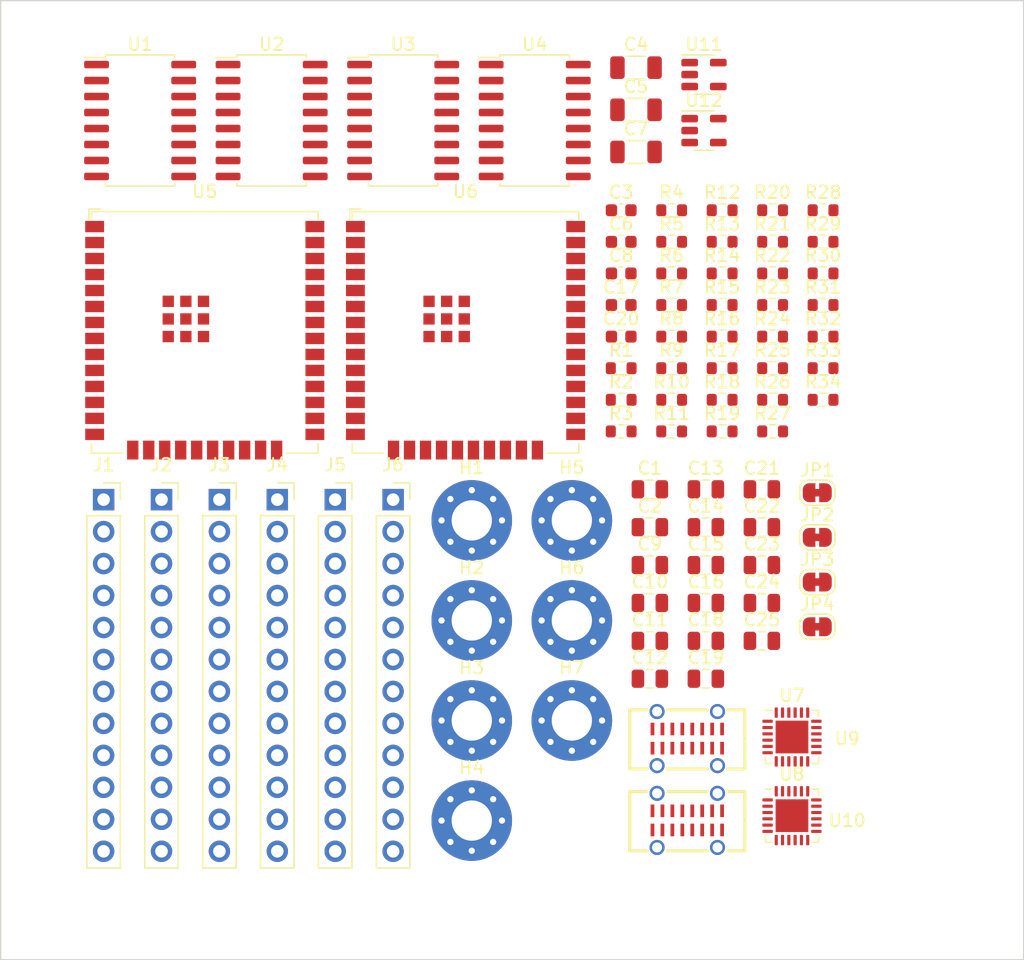
<source format=kicad_pcb>
(kicad_pcb (version 20221018) (generator pcbnew)
  (layers (0 "F.Cu" signal) (31 "B.Cu" signal) (34 "B.Paste" user) (35 "F.Paste" user) (36 "B.SilkS" user "B.Silkscreen") (37 "F.SilkS" user "F.Silkscreen") (38 "B.Mask" user) (39 "F.Mask" user) (44 "Edge.Cuts" user))
  (net 0 "")
  (net 9 "A_VCC")
  (net 10 "GND")
  (net 13 "B_VCC")
  (net 14 "Net-(U7-VPP)")
  (net 15 "Net-(U8-VPP)")
  (net 16 "Net-(U11-VIN)")
  (net 17 "Vdrive")
  (net 18 "Net-(U12-VIN)")
  (net 23 "A_SCLK")
  (net 24 "A_MOSI")
  (net 25 "A_CS")
  (net 26 "A_MISO")
  (net 39 "B_SCLK")
  (net 40 "B_MOSI")
  (net 41 "B_CS")
  (net 42 "B_MISO")
  (net 51 "Net-(JP1-A)")
  (net 52 "A_GPIO_0")
  (net 53 "Net-(JP2-A)")
  (net 54 "A_RESET")
  (net 55 "Net-(JP3-A)")
  (net 56 "B_GPIO_0")
  (net 57 "Net-(JP4-A)")
  (net 58 "B_RESET")
  (net 59 "B_RTS")
  (net 60 "Net-(Q3-B)")
  (net 61 "B_DTR")
  (net 62 "Net-(Q4-B)")
  (net 63 "Net-(D3-A)")
  (net 64 "X_Step")
  (net 65 "Net-(D2-A)")
  (net 66 "A_RTS")
  (net 67 "Net-(Q5-B)")
  (net 68 "A_DTR")
  (net 69 "Net-(Q6-B)")
  (net 70 "Net-(D1-A)")
  (net 71 "X_Enable")
  (net 72 "Net-(D4-A)")
  (net 73 "Y_Enable")
  (net 74 "Net-(D5-A)")
  (net 75 "Y_Step")
  (net 76 "Net-(D6-A)")
  (net 77 "Net-(D7-A)")
  (net 78 "Z_Enable")
  (net 79 "Net-(D8-A)")
  (net 80 "Z_Steo")
  (net 81 "Net-(D9-A)")
  (net 82 "Net-(D10-A)")
  (net 83 "A_Enable")
  (net 84 "Net-(D11-A)")
  (net 85 "A_Step")
  (net 86 "Net-(D12-A)")
  (net 87 "Net-(D13-A)")
  (net 88 "B_Enable")
  (net 89 "Net-(D14-A)")
  (net 90 "B_Step")
  (net 91 "Net-(D15-A)")
  (net 92 "Net-(D16-A)")
  (net 93 "C_Enable")
  (net 94 "Net-(D17-A)")
  (net 95 "C_Step")
  (net 96 "Net-(D18-A)")
  (net 97 "Net-(U7-~{RST})")
  (net 98 "Net-(U8-~{RST})")
  (net 163 "B_GPIO_36")
  (net 164 "B_GPIO_39")
  (net 165 "B_RXD0")
  (net 166 "B_TXD0")
  (net 167 "B_GPIO_32")
  (net 168 "B_GPIO_33")
  (net 169 "B_GPIO_25")
  (net 170 "B_GPIO_26")
  (net 171 "B_GPIO_27")
  (net 172 "B_GPIO_2")
  (net 173 "B_GPIO_4")
  (net 174 "B_GPIO_16")
  (net 175 "B_GPIO_17")
  (net 176 "B_GPIO_5")
  (net 177 "B_GPIO_18")
  (net 178 "B_GPIO_19")
  (net 179 "B_SDA")
  (net 180 "B_GPIO_3")
  (net 181 "B_GPIO_1")
  (net 182 "B_SCL")
  (net 183 "B_GPIO_23")
  (net 184 "A_GPIO_36")
  (net 185 "A_GPIO_39")
  (net 186 "A_RXD0")
  (net 187 "A_TXD0")
  (net 188 "A_GPIO_32")
  (net 189 "A_GPIO_33")
  (net 190 "A_GPIO_25")
  (net 191 "A_GPIO_26")
  (net 192 "A_GPIO_27")
  (net 193 "A_GPIO_2")
  (net 194 "A_GPIO_4")
  (net 195 "A_GPIO_16")
  (net 196 "A_GPIO_17")
  (net 197 "A_GPIO_5")
  (net 198 "A_GPIO_18")
  (net 199 "A_GPIO_19")
  (net 200 "A_SDA")
  (net 201 "A_GPIO_3")
  (net 202 "A_GPIO_1")
  (net 203 "A_SCL")
  (net 204 "A_GPIO_23")
  (net 206 "A_CC2")
  (net 207 "A_CC1")
  (net 208 "Net-(D19-L1)")
  (net 215 "B_CC1")
  (net 221 "B_CC2")
  (net 222 "Net-(U11-EN)")
  (net 223 "Net-(D20-L1)")
  (net 230 "Net-(D25-A)")
  (net 238 "Net-(U12-EN)")
  (net 239 "Net-(D26-A)")
  (net 240 "A_D+")
  (net 241 "A_D-")
  (net 242 "B_D+")
  (net 243 "B_D-")
  (net 244 "Net-(D22-A)")
  (net 246 "Net-(D21-A)")
  (footprint "Resistor_SMD:R_0603_1608Metric" (layer "F.Cu") (at 81.6525 31.895)
    (fp_text reference "R20" (at 0 -1.43) (layer "F.SilkS"))
    (fp_text value "4.3K")
    (pad "1" smd roundrect (at -0.825 0) (size 0.8 0.95) (layers "F.Cu" "F.Paste" "F.Mask") (net 92 "Net-(D16-A)"))
    (pad "2" smd roundrect (at 0.825 0) (size 0.8 0.95) (layers "F.Cu" "F.Paste" "F.Mask") (net 93 "C_Enable"))
  )
  (footprint "Capacitor_SMD:C_0805_2012Metric" (layer "F.Cu") (at 76.3525 63.095)
    (fp_text reference "C16" (at 0 -1.68) (layer "F.SilkS"))
    (fp_text value "1uF")
    (pad "1" smd roundrect (at -0.95 0) (size 1 1.45) (layers "F.Cu" "F.Paste" "F.Mask") (net 9 "A_VCC"))
    (pad "2" smd roundrect (at 0.95 0) (size 1 1.45) (layers "F.Cu" "F.Paste" "F.Mask") (net 10 "GND"))
  )
  (footprint "Resistor_SMD:R_0603_1608Metric" (layer "F.Cu") (at 77.6425 31.895)
    (fp_text reference "R12" (at 0 -1.43) (layer "F.SilkS"))
    (fp_text value "4.3K")
    (pad "1" smd roundrect (at -0.825 0) (size 0.8 0.95) (layers "F.Cu" "F.Paste" "F.Mask") (net 79 "Net-(D8-A)"))
    (pad "2" smd roundrect (at 0.825 0) (size 0.8 0.95) (layers "F.Cu" "F.Paste" "F.Mask") (net 80 "Z_Steo"))
  )
  (footprint "Resistor_SMD:R_0603_1608Metric" (layer "F.Cu") (at 85.6625 31.895)
    (fp_text reference "R28" (at 0 -1.43) (layer "F.SilkS"))
    (fp_text value "5.1K")
    (pad "1" smd roundrect (at -0.825 0) (size 0.8 0.95) (layers "F.Cu" "F.Paste" "F.Mask") (net 10 "GND"))
    (pad "2" smd roundrect (at 0.825 0) (size 0.8 0.95) (layers "F.Cu" "F.Paste" "F.Mask") (net 221 "B_CC2"))
  )
  (footprint "Resistor_SMD:R_0603_1608Metric" (layer "F.Cu") (at 81.6525 46.955)
    (fp_text reference "R26" (at 0 -1.43) (layer "F.SilkS"))
    (fp_text value "5.1K")
    (pad "1" smd roundrect (at -0.825 0) (size 0.8 0.95) (layers "F.Cu" "F.Paste" "F.Mask") (net 10 "GND"))
    (pad "2" smd roundrect (at 0.825 0) (size 0.8 0.95) (layers "F.Cu" "F.Paste" "F.Mask") (net 207 "A_CC1"))
  )
  (footprint "Resistor_SMD:R_0603_1608Metric" (layer "F.Cu") (at 73.6325 34.405)
    (fp_text reference "R5" (at 0 -1.43) (layer "F.SilkS"))
    (fp_text value "10K")
    (pad "1" smd roundrect (at -0.825 0) (size 0.8 0.95) (layers "F.Cu" "F.Paste" "F.Mask") (net 66 "A_RTS"))
    (pad "2" smd roundrect (at 0.825 0) (size 0.8 0.95) (layers "F.Cu" "F.Paste" "F.Mask") (net 67 "Net-(Q5-B)"))
  )
  (footprint "Resistor_SMD:R_0603_1608Metric" (layer "F.Cu") (at 77.6425 46.955)
    (fp_text reference "R18" (at 0 -1.43) (layer "F.SilkS"))
    (fp_text value "4.3K")
    (pad "1" smd roundrect (at -0.825 0) (size 0.8 0.95) (layers "F.Cu" "F.Paste" "F.Mask") (net 89 "Net-(D14-A)"))
    (pad "2" smd roundrect (at 0.825 0) (size 0.8 0.95) (layers "F.Cu" "F.Paste" "F.Mask") (net 90 "B_Step"))
  )
  (footprint "Resistor_SMD:R_0603_1608Metric" (layer "F.Cu") (at 85.6625 46.955)
    (fp_text reference "R34" (at 0 -1.43) (layer "F.SilkS"))
    (fp_text value "4.3K")
    (pad "1" smd roundrect (at -0.825 0) (size 0.8 0.95) (layers "F.Cu" "F.Paste" "F.Mask") (net 239 "Net-(D26-A)"))
    (pad "2" smd roundrect (at 0.825 0) (size 0.8 0.95) (layers "F.Cu" "F.Paste" "F.Mask") (net 13 "B_VCC"))
  )
  (footprint "Capacitor_SMD:C_0805_2012Metric" (layer "F.Cu") (at 71.9025 66.105)
    (fp_text reference "C11" (at 0 -1.68) (layer "F.SilkS"))
    (fp_text value "4.7uF")
    (pad "1" smd roundrect (at -0.95 0) (size 1 1.45) (layers "F.Cu" "F.Paste" "F.Mask") (net 10 "GND"))
    (pad "2" smd roundrect (at 0.95 0) (size 1 1.45) (layers "F.Cu" "F.Paste" "F.Mask") (net 15 "Net-(U8-VPP)"))
  )
  (footprint "Package_SO:SO-16_5.3x10.2mm_P1.27mm" (layer "F.Cu") (at 52.3025 24.765)
    (fp_text reference "U3" (at 0 -6.05) (layer "F.SilkS"))
    (fp_text value "74AHCT595")
    (pad "1" smd roundrect (at -3.4625 -4.445) (size 1.975 0.6) (layers "F.Cu" "F.Paste" "F.Mask"))
    (pad "2" smd roundrect (at -3.4625 -3.175) (size 1.975 0.6) (layers "F.Cu" "F.Paste" "F.Mask"))
    (pad "3" smd roundrect (at -3.4625 -1.905) (size 1.975 0.6) (layers "F.Cu" "F.Paste" "F.Mask"))
    (pad "4" smd roundrect (at -3.4625 -0.635) (size 1.975 0.6) (layers "F.Cu" "F.Paste" "F.Mask"))
    (pad "5" smd roundrect (at -3.4625 0.635) (size 1.975 0.6) (layers "F.Cu" "F.Paste" "F.Mask"))
    (pad "6" smd roundrect (at -3.4625 1.905) (size 1.975 0.6) (layers "F.Cu" "F.Paste" "F.Mask"))
    (pad "7" smd roundrect (at -3.4625 3.175) (size 1.975 0.6) (layers "F.Cu" "F.Paste" "F.Mask"))
    (pad "8" smd roundrect (at -3.4625 4.445) (size 1.975 0.6) (layers "F.Cu" "F.Paste" "F.Mask"))
    (pad "9" smd roundrect (at 3.4625 4.445) (size 1.975 0.6) (layers "F.Cu" "F.Paste" "F.Mask"))
    (pad "10" smd roundrect (at 3.4625 3.175) (size 1.975 0.6) (layers "F.Cu" "F.Paste" "F.Mask"))
    (pad "11" smd roundrect (at 3.4625 1.905) (size 1.975 0.6) (layers "F.Cu" "F.Paste" "F.Mask"))
    (pad "12" smd roundrect (at 3.4625 0.635) (size 1.975 0.6) (layers "F.Cu" "F.Paste" "F.Mask"))
    (pad "13" smd roundrect (at 3.4625 -0.635) (size 1.975 0.6) (layers "F.Cu" "F.Paste" "F.Mask"))
    (pad "14" smd roundrect (at 3.4625 -1.905) (size 1.975 0.6) (layers "F.Cu" "F.Paste" "F.Mask"))
    (pad "15" smd roundrect (at 3.4625 -3.175) (size 1.975 0.6) (layers "F.Cu" "F.Paste" "F.Mask"))
    (pad "16" smd roundrect (at 3.4625 -4.445) (size 1.975 0.6) (layers "F.Cu" "F.Paste" "F.Mask"))
  )
  (footprint "Jumper:SolderJumper-2_P1.3mm_Bridged_RoundedPad1.0x1.5mm" (layer "F.Cu") (at 85.2025 64.985)
    (fp_text reference "JP4" (at 0 -1.8) (layer "F.SilkS"))
    (fp_text value "SolderJumper_2_Bridged")
    (fp_poly (pts (xy 0.25 -0.3) (xy -0.25 -0.3) (xy -0.25 0.3) (xy 0.25 0.3)) (fill solid) (layer "F.Cu"))
    (pad "1" smd custom (at -0.65 0) (size 1 0.5) (layers "F.Cu" "F.Mask") (net 57 "Net-(JP4-A)") (options (clearance outline) (anchor rect)) (primitives (gr_circle (center 0 0.25) (end 0.5 0.25) (width 0) (fill yes)) (gr_circle (center 0 -0.25) (end 0.5 -0.25) (width 0) (fill yes)) (gr_poly (pts (xy 0.5 0.75) (xy 0 0.75) (xy 0 -0.75) (xy 0.5 -0.75)) (width 0) (fill yes))))
    (pad "2" smd custom (at 0.65 0) (size 1 0.5) (layers "F.Cu" "F.Mask") (net 58 "B_RESET") (options (clearance outline) (anchor rect)) (primitives (gr_circle (center 0 0.25) (end 0.5 0.25) (width 0) (fill yes)) (gr_circle (center 0 -0.25) (end 0.5 -0.25) (width 0) (fill yes)) (gr_poly (pts (xy 0 0.75) (xy -0.5 0.75) (xy -0.5 -0.75) (xy 0 -0.75)) (width 0) (fill yes))))
  )
  (footprint "Capacitor_SMD:C_0805_2012Metric" (layer "F.Cu") (at 71.9025 60.085)
    (fp_text reference "C9" (at 0 -1.68) (layer "F.SilkS"))
    (fp_text value "4.7uF")
    (pad "1" smd roundrect (at -0.95 0) (size 1 1.45) (layers "F.Cu" "F.Paste" "F.Mask"))
    (pad "2" smd roundrect (at 0.95 0) (size 1 1.45) (layers "F.Cu" "F.Paste" "F.Mask"))
  )
  (footprint "Resistor_SMD:R_0603_1608Metric" (layer "F.Cu") (at 81.6525 39.425)
    (fp_text reference "R23" (at 0 -1.43) (layer "F.SilkS"))
    (fp_text value "4.7K")
    (pad "1" smd roundrect (at -0.825 0) (size 0.8 0.95) (layers "F.Cu" "F.Paste" "F.Mask") (net 97 "Net-(U7-~{RST})"))
    (pad "2" smd roundrect (at 0.825 0) (size 0.8 0.95) (layers "F.Cu" "F.Paste" "F.Mask") (net 9 "A_VCC"))
  )
  (footprint "Espressif:ESP32-WROOM-32UE" (layer "F.Cu") (at 36.5375 41.6)
    (fp_text reference "U5" (at 0 -11.2) (layer "F.SilkS"))
    (fp_text value "ESP32-WROOM-32UE-H4")
    (pad "1" smd rect (at -8.75 -8.41) (size 1.5 0.9) (layers "F.Cu" "F.Paste" "F.Mask") (net 10 "GND"))
    (pad "2" smd rect (at -8.75 -7.14) (size 1.5 0.9) (layers "F.Cu" "F.Paste" "F.Mask") (net 13 "B_VCC"))
    (pad "3" smd rect (at -8.75 -5.87) (size 1.5 0.9) (layers "F.Cu" "F.Paste" "F.Mask") (net 58 "B_RESET"))
    (pad "4" smd rect (at -8.75 -4.6) (size 1.5 0.9) (layers "F.Cu" "F.Paste" "F.Mask") (net 163 "B_GPIO_36"))
    (pad "5" smd rect (at -8.75 -3.33) (size 1.5 0.9) (layers "F.Cu" "F.Paste" "F.Mask") (net 164 "B_GPIO_39"))
    (pad "6" smd rect (at -8.75 -2.06) (size 1.5 0.9) (layers "F.Cu" "F.Paste" "F.Mask") (net 165 "B_RXD0"))
    (pad "7" smd rect (at -8.75 -0.79) (size 1.5 0.9) (layers "F.Cu" "F.Paste" "F.Mask") (net 166 "B_TXD0"))
    (pad "8" smd rect (at -8.75 0.48) (size 1.5 0.9) (layers "F.Cu" "F.Paste" "F.Mask") (net 167 "B_GPIO_32"))
    (pad "9" smd rect (at -8.75 1.75) (size 1.5 0.9) (layers "F.Cu" "F.Paste" "F.Mask") (net 168 "B_GPIO_33"))
    (pad "10" smd rect (at -8.75 3.02) (size 1.5 0.9) (layers "F.Cu" "F.Paste" "F.Mask") (net 169 "B_GPIO_25"))
    (pad "11" smd rect (at -8.75 4.29) (size 1.5 0.9) (layers "F.Cu" "F.Paste" "F.Mask") (net 170 "B_GPIO_26"))
    (pad "12" smd rect (at -8.75 5.56) (size 1.5 0.9) (layers "F.Cu" "F.Paste" "F.Mask") (net 171 "B_GPIO_27"))
    (pad "13" smd rect (at -8.75 6.83) (size 1.5 0.9) (layers "F.Cu" "F.Paste" "F.Mask") (net 39 "B_SCLK"))
    (pad "14" smd rect (at -8.75 8.1) (size 1.5 0.9) (layers "F.Cu" "F.Paste" "F.Mask") (net 42 "B_MISO"))
    (pad "15" smd rect (at -5.72 9.35 90) (size 1.5 0.9) (layers "F.Cu" "F.Paste" "F.Mask") (net 10 "GND"))
    (pad "16" smd rect (at -4.45 9.35 90) (size 1.5 0.9) (layers "F.Cu" "F.Paste" "F.Mask") (net 40 "B_MOSI"))
    (pad "17" smd rect (at -3.18 9.35 90) (size 1.5 0.9) (layers "F.Cu" "F.Paste" "F.Mask"))
    (pad "18" smd rect (at -1.91 9.35 90) (size 1.5 0.9) (layers "F.Cu" "F.Paste" "F.Mask"))
    (pad "19" smd rect (at -0.64 9.35 90) (size 1.5 0.9) (layers "F.Cu" "F.Paste" "F.Mask"))
    (pad "20" smd rect (at 0.63 9.35 90) (size 1.5 0.9) (layers "F.Cu" "F.Paste" "F.Mask"))
    (pad "21" smd rect (at 1.9 9.35 90) (size 1.5 0.9) (layers "F.Cu" "F.Paste" "F.Mask"))
    (pad "22" smd rect (at 3.17 9.35 90) (size 1.5 0.9) (layers "F.Cu" "F.Paste" "F.Mask"))
    (pad "23" smd rect (at 4.44 9.35 90) (size 1.5 0.9) (layers "F.Cu" "F.Paste" "F.Mask") (net 41 "B_CS"))
    (pad "24" smd rect (at 5.71 9.35 90) (size 1.5 0.9) (layers "F.Cu" "F.Paste" "F.Mask") (net 172 "B_GPIO_2"))
    (pad "25" smd rect (at 8.75 8.1 180) (size 1.5 0.9) (layers "F.Cu" "F.Paste" "F.Mask") (net 56 "B_GPIO_0"))
    (pad "26" smd rect (at 8.75 6.83 180) (size 1.5 0.9) (layers "F.Cu" "F.Paste" "F.Mask") (net 173 "B_GPIO_4"))
    (pad "27" smd rect (at 8.75 5.56 180) (size 1.5 0.9) (layers "F.Cu" "F.Paste" "F.Mask") (net 174 "B_GPIO_16"))
    (pad "28" smd rect (at 8.75 4.29 180) (size 1.5 0.9) (layers "F.Cu" "F.Paste" "F.Mask") (net 175 "B_GPIO_17"))
    (pad "29" smd rect (at 8.75 3.02 180) (size 1.5 0.9) (layers "F.Cu" "F.Paste" "F.Mask") (net 176 "B_GPIO_5"))
    (pad "30" smd rect (at 8.75 1.75 180) (size 1.5 0.9) (layers "F.Cu" "F.Paste" "F.Mask") (net 177 "B_GPIO_18"))
    (pad "31" smd rect (at 8.75 0.48 180) (size 1.5 0.9) (layers "F.Cu" "F.Paste" "F.Mask") (net 178 "B_GPIO_19"))
    (pad "32" smd rect (at 8.75 -0.79 180) (size 1.5 0.9) (layers "F.Cu" "F.Paste" "F.Mask"))
    (pad "33" smd rect (at 8.75 -2.06 180) (size 1.5 0.9) (layers "F.Cu" "F.Paste" "F.Mask") (net 179 "B_SDA"))
    (pad "34" smd rect (at 8.75 -3.33 180) (size 1.5 0.9) (layers "F.Cu" "F.Paste" "F.Mask") (net 180 "B_GPIO_3"))
    (pad "35" smd rect (at 8.75 -4.6 180) (size 1.5 0.9) (layers "F.Cu" "F.Paste" "F.Mask") (net 181 "B_GPIO_1"))
    (pad "36" smd rect (at 8.75 -5.87 180) (size 1.5 0.9) (layers "F.Cu" "F.Paste" "F.Mask") (net 182 "B_SCL"))
    (pad "37" smd rect (at 8.75 -7.14 180) (size 1.5 0.9) (layers "F.Cu" "F.Paste" "F.Mask") (net 183 "B_GPIO_23"))
    (pad "38" smd rect (at 8.75 -8.41 180) (size 1.5 0.9) (layers "F.Cu" "F.Paste" "F.Mask") (net 10 "GND"))
    (pad "39" smd rect (at -2.9 -2.47 180) (size 0.9 0.9) (layers "F.Cu" "F.Paste" "F.Mask") (net 10 "GND"))
    (pad "39" smd rect (at -2.9 -1.07 180) (size 0.9 0.9) (layers "F.Cu" "F.Paste" "F.Mask") (net 10 "GND"))
    (pad "39" smd rect (at -2.9 0.33 180) (size 0.9 0.9) (layers "F.Cu" "F.Paste" "F.Mask") (net 10 "GND"))
    (pad "39" smd rect (at -1.5 -2.47 180) (size 0.9 0.9) (layers "F.Cu" "F.Paste" "F.Mask") (net 10 "GND"))
    (pad "39" smd rect (at -1.5 -1.07 180) (size 0.9 0.9) (layers "F.Cu" "F.Paste" "F.Mask") (net 10 "GND"))
    (pad "39" smd rect (at -1.5 0.33 180) (size 0.9 0.9) (layers "F.Cu" "F.Paste" "F.Mask") (net 10 "GND"))
    (pad "39" smd rect (at -0.1 -2.47 180) (size 0.9 0.9) (layers "F.Cu" "F.Paste" "F.Mask") (net 10 "GND"))
    (pad "39" smd rect (at -0.1 -1.07 180) (size 0.9 0.9) (layers "F.Cu" "F.Paste" "F.Mask") (net 10 "GND"))
    (pad "39" smd rect (at -0.1 0.33 180) (size 0.9 0.9) (layers "F.Cu" "F.Paste" "F.Mask") (net 10 "GND"))
  )
  (footprint "Package_SO:SO-16_5.3x10.2mm_P1.27mm" (layer "F.Cu") (at 31.4025 24.765)
    (fp_text reference "U1" (at 0 -6.05) (layer "F.SilkS"))
    (fp_text value "74AHCT595")
    (pad "1" smd roundrect (at -3.4625 -4.445) (size 1.975 0.6) (layers "F.Cu" "F.Paste" "F.Mask"))
    (pad "2" smd roundrect (at -3.4625 -3.175) (size 1.975 0.6) (layers "F.Cu" "F.Paste" "F.Mask"))
    (pad "3" smd roundrect (at -3.4625 -1.905) (size 1.975 0.6) (layers "F.Cu" "F.Paste" "F.Mask"))
    (pad "4" smd roundrect (at -3.4625 -0.635) (size 1.975 0.6) (layers "F.Cu" "F.Paste" "F.Mask"))
    (pad "5" smd roundrect (at -3.4625 0.635) (size 1.975 0.6) (layers "F.Cu" "F.Paste" "F.Mask"))
    (pad "6" smd roundrect (at -3.4625 1.905) (size 1.975 0.6) (layers "F.Cu" "F.Paste" "F.Mask"))
    (pad "7" smd roundrect (at -3.4625 3.175) (size 1.975 0.6) (layers "F.Cu" "F.Paste" "F.Mask"))
    (pad "8" smd roundrect (at -3.4625 4.445) (size 1.975 0.6) (layers "F.Cu" "F.Paste" "F.Mask"))
    (pad "9" smd roundrect (at 3.4625 4.445) (size 1.975 0.6) (layers "F.Cu" "F.Paste" "F.Mask"))
    (pad "10" smd roundrect (at 3.4625 3.175) (size 1.975 0.6) (layers "F.Cu" "F.Paste" "F.Mask"))
    (pad "11" smd roundrect (at 3.4625 1.905) (size 1.975 0.6) (layers "F.Cu" "F.Paste" "F.Mask"))
    (pad "12" smd roundrect (at 3.4625 0.635) (size 1.975 0.6) (layers "F.Cu" "F.Paste" "F.Mask"))
    (pad "13" smd roundrect (at 3.4625 -0.635) (size 1.975 0.6) (layers "F.Cu" "F.Paste" "F.Mask"))
    (pad "14" smd roundrect (at 3.4625 -1.905) (size 1.975 0.6) (layers "F.Cu" "F.Paste" "F.Mask"))
    (pad "15" smd roundrect (at 3.4625 -3.175) (size 1.975 0.6) (layers "F.Cu" "F.Paste" "F.Mask"))
    (pad "16" smd roundrect (at 3.4625 -4.445) (size 1.975 0.6) (layers "F.Cu" "F.Paste" "F.Mask"))
  )
  (footprint "Capacitor_SMD:C_0603_1608Metric" (layer "F.Cu") (at 69.6225 41.935)
    (fp_text reference "C20" (at 0 -1.43) (layer "F.SilkS"))
    (fp_text value "100nF")
    (pad "1" smd roundrect (at -0.775 0) (size 0.9 0.95) (layers "F.Cu" "F.Paste" "F.Mask") (net 13 "B_VCC"))
    (pad "2" smd roundrect (at 0.775 0) (size 0.9 0.95) (layers "F.Cu" "F.Paste" "F.Mask") (net 10 "GND"))
  )
  (footprint "KiCad:GT-USB-7051A" (layer "F.Cu") (at 74.8745 80.37)
    (fp_text reference "U10" (at 12.7 0 unlocked) (layer "F.SilkS"))
    (fp_text value "GT-USB-7051A")
    (pad "" np_thru_hole circle (at -3.75 0) (size 0.7 0.7) (drill 0.7) (layers "*.Cu" "*.Mask"))
    (pad "" np_thru_hole oval (at 3.75 0) (size 1.4 0.7) (drill oval 1.4 0.7) (layers "F&B.Cu" "*.Mask"))
    (pad "0" thru_hole circle (at -2.4 -2.15) (size 1.2 1.2) (drill 0.8) (layers "*.Cu" "*.Paste" "*.Mask"))
    (pad "0" thru_hole circle (at -2.4 2.15) (size 1.2 1.2) (drill 0.8) (layers "*.Cu" "*.Paste" "*.Mask"))
    (pad "0" thru_hole circle (at 2.4 -2.15) (size 1.2 1.2) (drill 0.8) (layers "*.Cu" "*.Paste" "*.Mask"))
    (pad "0" thru_hole circle (at 2.4 2.15 90) (size 1.2 1.2) (drill 0.8) (layers "*.Cu" "*.Paste" "*.Mask"))
    (pad "A1" smd rect (at -2.765 -0.76) (size 0.3 1) (layers "F.Cu" "F.Paste" "F.Mask") (net 10 "GND"))
    (pad "A4" smd rect (at -1.975 -0.76) (size 0.3 1) (layers "F.Cu" "F.Paste" "F.Mask") (net 246 "Net-(D21-A)"))
    (pad "A5" smd rect (at -1.185 -0.76) (size 0.3 1) (layers "F.Cu" "F.Paste" "F.Mask") (net 207 "A_CC1"))
    (pad "A6" smd rect (at -0.395 -0.76) (size 0.3 1) (layers "F.Cu" "F.Paste" "F.Mask") (net 240 "A_D+"))
    (pad "A7" smd rect (at 0.395 -0.76) (size 0.3 1) (layers "F.Cu" "F.Paste" "F.Mask") (net 241 "A_D-"))
    (pad "A8" smd rect (at 1.185 -0.76) (size 0.3 1) (layers "F.Cu" "F.Paste" "F.Mask"))
    (pad "A9" smd rect (at 1.975 -0.76) (size 0.3 1) (layers "F.Cu" "F.Paste" "F.Mask") (net 246 "Net-(D21-A)"))
    (pad "A12" smd rect (at 2.765 -0.76) (size 0.3 1) (layers "F.Cu" "F.Paste" "F.Mask") (net 10 "GND"))
    (pad "B1" smd rect (at 2.765 0.76) (size 0.3 1) (layers "F.Cu" "F.Paste" "F.Mask") (net 10 "GND"))
    (pad "B4" smd rect (at 1.975 0.76) (size 0.3 1) (layers "F.Cu" "F.Paste" "F.Mask") (net 246 "Net-(D21-A)"))
    (pad "B5" smd rect (at 1.185 0.76) (size 0.3 1) (layers "F.Cu" "F.Paste" "F.Mask") (net 206 "A_CC2"))
    (pad "B6" smd rect (at 0.395 0.76) (size 0.3 1) (layers "F.Cu" "F.Paste" "F.Mask") (net 240 "A_D+"))
    (pad "B7" smd rect (at -0.395 0.76) (size 0.3 1) (layers "F.Cu" "F.Paste" "F.Mask") (net 241 "A_D-"))
    (pad "B8" smd rect (at -1.185 0.76) (size 0.3 1) (layers "F.Cu" "F.Paste" "F.Mask"))
    (pad "B9" smd rect (at -1.975 0.76) (size 0.3 1) (layers "F.Cu" "F.Paste" "F.Mask") (net 246 "Net-(D21-A)"))
    (pad "B12" smd rect (at -2.765 0.76) (size 0.3 1) (layers "F.Cu" "F.Paste" "F.Mask") (net 10 "GND"))
  )
  (footprint "Connector_PinSocket_2.54mm:PinSocket_1x12_P2.54mm_Vertical" (layer "F.Cu") (at 51.5025 54.885)
    (fp_text reference "J6" (at 0 -2.77) (layer "F.SilkS"))
    (fp_text value "Module B3")
    (pad "1" thru_hole rect (at 0 0) (size 1.7 1.7) (drill 1) (layers "*.Cu" "*.Mask") (net 10 "GND"))
    (pad "2" thru_hole oval (at 0 2.54) (size 1.7 1.7) (drill 1) (layers "*.Cu" "*.Mask") (net 17 "Vdrive"))
    (pad "3" thru_hole oval (at 0 5.08) (size 1.7 1.7) (drill 1) (layers "*.Cu" "*.Mask") (net 13 "B_VCC"))
    (pad "4" thru_hole oval (at 0 7.62) (size 1.7 1.7) (drill 1) (layers "*.Cu" "*.Mask"))
    (pad "5" thru_hole oval (at 0 10.16) (size 1.7 1.7) (drill 1) (layers "*.Cu" "*.Mask"))
    (pad "6" thru_hole oval (at 0 12.7) (size 1.7 1.7) (drill 1) (layers "*.Cu" "*.Mask"))
    (pad "7" thru_hole oval (at 0 15.24) (size 1.7 1.7) (drill 1) (layers "*.Cu" "*.Mask"))
    (pad "8" thru_hole oval (at 0 17.78) (size 1.7 1.7) (drill 1) (layers "*.Cu" "*.Mask") (net 39 "B_SCLK"))
    (pad "9" thru_hole oval (at 0 20.32) (size 1.7 1.7) (drill 1) (layers "*.Cu" "*.Mask") (net 40 "B_MOSI"))
    (pad "10" thru_hole oval (at 0 22.86) (size 1.7 1.7) (drill 1) (layers "*.Cu" "*.Mask") (net 41 "B_CS"))
    (pad "11" thru_hole oval (at 0 25.4) (size 1.7 1.7) (drill 1) (layers "*.Cu" "*.Mask") (net 42 "B_MISO"))
    (pad "12" thru_hole oval (at 0 27.94) (size 1.7 1.7) (drill 1) (layers "*.Cu" "*.Mask") (net 10 "GND"))
  )
  (footprint "Capacitor_SMD:C_1206_3216Metric" (layer "F.Cu") (at 70.8025 27.265)
    (fp_text reference "C7" (at 0 -1.85) (layer "F.SilkS"))
    (fp_text value "22uF")
    (pad "1" smd roundrect (at -1.475 0) (size 1.15 1.8) (layers "F.Cu" "F.Paste" "F.Mask") (roundrect_rratio 0.217391) (net 13 "B_VCC"))
    (pad "2" smd roundrect (at 1.475 0) (size 1.15 1.8) (layers "F.Cu" "F.Paste" "F.Mask") (roundrect_rratio 0.217391) (net 10 "GND"))
  )
  (footprint "Package_DFN_QFN:QFN-24-1EP_4x4mm_P0.5mm_EP2.6x2.6mm" (layer "F.Cu") (at 83.1925 73.745)
    (fp_text reference "U7" (at 0 -3.3) (layer "F.SilkS"))
    (fp_text value "CP2104")
    (pad "1" smd roundrect (at -1.9375 -1.25) (size 0.825 0.25) (layers "F.Cu" "F.Paste" "F.Mask"))
    (pad "2" smd roundrect (at -1.9375 -0.75) (size 0.825 0.25) (layers "F.Cu" "F.Paste" "F.Mask") (net 10 "GND"))
    (pad "3" smd roundrect (at -1.9375 -0.25) (size 0.825 0.25) (layers "F.Cu" "F.Paste" "F.Mask") (net 240 "A_D+"))
    (pad "4" smd roundrect (at -1.9375 0.25) (size 0.825 0.25) (layers "F.Cu" "F.Paste" "F.Mask") (net 241 "A_D-"))
    (pad "5" smd roundrect (at -1.9375 0.75) (size 0.825 0.25) (layers "F.Cu" "F.Paste" "F.Mask") (net 9 "A_VCC"))
    (pad "6" smd roundrect (at -1.9375 1.25) (size 0.825 0.25) (layers "F.Cu" "F.Paste" "F.Mask") (net 9 "A_VCC"))
    (pad "7" smd roundrect (at -1.25 1.9375) (size 0.25 0.825) (layers "F.Cu" "F.Paste" "F.Mask") (net 9 "A_VCC"))
    (pad "8" smd roundrect (at -0.75 1.9375) (size 0.25 0.825) (layers "F.Cu" "F.Paste" "F.Mask") (net 208 "Net-(D19-L1)"))
    (pad "9" smd roundrect (at -0.25 1.9375) (size 0.25 0.825) (layers "F.Cu" "F.Paste" "F.Mask") (net 97 "Net-(U7-~{RST})"))
    (pad "10" smd roundrect (at 0.25 1.9375) (size 0.25 0.825) (layers "F.Cu" "F.Paste" "F.Mask"))
    (pad "11" smd roundrect (at 0.75 1.9375) (size 0.25 0.825) (layers "F.Cu" "F.Paste" "F.Mask"))
    (pad "12" smd roundrect (at 1.25 1.9375) (size 0.25 0.825) (layers "F.Cu" "F.Paste" "F.Mask"))
    (pad "13" smd roundrect (at 1.9375 1.25) (size 0.825 0.25) (layers "F.Cu" "F.Paste" "F.Mask"))
    (pad "14" smd roundrect (at 1.9375 0.75) (size 0.825 0.25) (layers "F.Cu" "F.Paste" "F.Mask"))
    (pad "15" smd roundrect (at 1.9375 0.25) (size 0.825 0.25) (layers "F.Cu" "F.Paste" "F.Mask"))
    (pad "16" smd roundrect (at 1.9375 -0.25) (size 0.825 0.25) (layers "F.Cu" "F.Paste" "F.Mask") (net 14 "Net-(U7-VPP)"))
    (pad "17" smd roundrect (at 1.9375 -0.75) (size 0.825 0.25) (layers "F.Cu" "F.Paste" "F.Mask"))
    (pad "18" smd roundrect (at 1.9375 -1.25) (size 0.825 0.25) (layers "F.Cu" "F.Paste" "F.Mask"))
    (pad "19" smd roundrect (at 1.25 -1.9375) (size 0.25 0.825) (layers "F.Cu" "F.Paste" "F.Mask") (net 66 "A_RTS"))
    (pad "20" smd roundrect (at 0.75 -1.9375) (size 0.25 0.825) (layers "F.Cu" "F.Paste" "F.Mask") (net 187 "A_TXD0"))
    (pad "21" smd roundrect (at 0.25 -1.9375) (size 0.25 0.825) (layers "F.Cu" "F.Paste" "F.Mask") (net 186 "A_RXD0"))
    (pad "22" smd roundrect (at -0.25 -1.9375) (size 0.25 0.825) (layers "F.Cu" "F.Paste" "F.Mask"))
    (pad "23" smd roundrect (at -0.75 -1.9375) (size 0.25 0.825) (layers "F.Cu" "F.Paste" "F.Mask") (net 68 "A_DTR"))
    (pad "24" smd roundrect (at -1.25 -1.9375) (size 0.25 0.825) (layers "F.Cu" "F.Paste" "F.Mask"))
    (pad "25" smd rect (at 0 0) (size 2.6 2.6) (layers "F.Cu" "F.Mask") (net 10 "GND"))
  )
  (footprint "Resistor_SMD:R_0603_1608Metric" (layer "F.Cu") (at 73.6325 31.895)
    (fp_text reference "R4" (at 0 -1.43) (layer "F.SilkS"))
    (fp_text value "4.3K")
    (pad "1" smd roundrect (at -0.825 0) (size 0.8 0.95) (layers "F.Cu" "F.Paste" "F.Mask") (net 65 "Net-(D2-A)"))
    (pad "2" smd roundrect (at 0.825 0) (size 0.8 0.95) (layers "F.Cu" "F.Paste" "F.Mask") (net 64 "X_Step"))
  )
  (footprint "Resistor_SMD:R_0603_1608Metric" (layer "F.Cu") (at 73.6325 36.915)
    (fp_text reference "R6" (at 0 -1.43) (layer "F.SilkS"))
    (fp_text value "10K")
    (pad "1" smd roundrect (at -0.825 0) (size 0.8 0.95) (layers "F.Cu" "F.Paste" "F.Mask") (net 68 "A_DTR"))
    (pad "2" smd roundrect (at 0.825 0) (size 0.8 0.95) (layers "F.Cu" "F.Paste" "F.Mask") (net 69 "Net-(Q6-B)"))
  )
  (footprint "Package_TO_SOT_SMD:SOT-23-5" (layer "F.Cu") (at 76.2025 21.115)
    (fp_text reference "U11" (at 0 -2.4) (layer "F.SilkS"))
    (fp_text value "AP2112K-3.3")
    (pad "1" smd roundrect (at -1.1375 -0.95) (size 1.325 0.6) (layers "F.Cu" "F.Paste" "F.Mask") (net 16 "Net-(U11-VIN)"))
    (pad "2" smd roundrect (at -1.1375 0) (size 1.325 0.6) (layers "F.Cu" "F.Paste" "F.Mask") (net 10 "GND"))
    (pad "3" smd roundrect (at -1.1375 0.95) (size 1.325 0.6) (layers "F.Cu" "F.Paste" "F.Mask") (net 222 "Net-(U11-EN)"))
    (pad "4" smd roundrect (at 1.1375 0.95) (size 1.325 0.6) (layers "F.Cu" "F.Paste" "F.Mask"))
    (pad "5" smd roundrect (at 1.1375 -0.95) (size 1.325 0.6) (layers "F.Cu" "F.Paste" "F.Mask") (net 9 "A_VCC"))
  )
  (footprint "Resistor_SMD:R_0603_1608Metric" (layer "F.Cu") (at 77.6425 41.935)
    (fp_text reference "R16" (at 0 -1.43) (layer "F.SilkS"))
    (fp_text value "4.3K")
    (pad "1" smd roundrect (at -0.825 0) (size 0.8 0.95) (layers "F.Cu" "F.Paste" "F.Mask") (net 86 "Net-(D12-A)"))
    (pad "2" smd roundrect (at 0.825 0) (size 0.8 0.95) (layers "F.Cu" "F.Paste" "F.Mask") (net 85 "A_Step"))
  )
  (footprint "Espressif:ESP32-WROOM-32UE" (layer "F.Cu") (at 57.2575 41.6)
    (fp_text reference "U6" (at 0 -11.2) (layer "F.SilkS"))
    (fp_text value "ESP32-WROOM-32UE-H4")
    (pad "1" smd rect (at -8.75 -8.41) (size 1.5 0.9) (layers "F.Cu" "F.Paste" "F.Mask") (net 10 "GND"))
    (pad "2" smd rect (at -8.75 -7.14) (size 1.5 0.9) (layers "F.Cu" "F.Paste" "F.Mask") (net 9 "A_VCC"))
    (pad "3" smd rect (at -8.75 -5.87) (size 1.5 0.9) (layers "F.Cu" "F.Paste" "F.Mask") (net 54 "A_RESET"))
    (pad "4" smd rect (at -8.75 -4.6) (size 1.5 0.9) (layers "F.Cu" "F.Paste" "F.Mask") (net 184 "A_GPIO_36"))
    (pad "5" smd rect (at -8.75 -3.33) (size 1.5 0.9) (layers "F.Cu" "F.Paste" "F.Mask") (net 185 "A_GPIO_39"))
    (pad "6" smd rect (at -8.75 -2.06) (size 1.5 0.9) (layers "F.Cu" "F.Paste" "F.Mask") (net 186 "A_RXD0"))
    (pad "7" smd rect (at -8.75 -0.79) (size 1.5 0.9) (layers "F.Cu" "F.Paste" "F.Mask") (net 187 "A_TXD0"))
    (pad "8" smd rect (at -8.75 0.48) (size 1.5 0.9) (layers "F.Cu" "F.Paste" "F.Mask") (net 188 "A_GPIO_32"))
    (pad "9" smd rect (at -8.75 1.75) (size 1.5 0.9) (layers "F.Cu" "F.Paste" "F.Mask") (net 189 "A_GPIO_33"))
    (pad "10" smd rect (at -8.75 3.02) (size 1.5 0.9) (layers "F.Cu" "F.Paste" "F.Mask") (net 190 "A_GPIO_25"))
    (pad "11" smd rect (at -8.75 4.29) (size 1.5 0.9) (layers "F.Cu" "F.Paste" "F.Mask") (net 191 "A_GPIO_26"))
    (pad "12" smd rect (at -8.75 5.56) (size 1.5 0.9) (layers "F.Cu" "F.Paste" "F.Mask") (net 192 "A_GPIO_27"))
    (pad "13" smd rect (at -8.75 6.83) (size 1.5 0.9) (layers "F.Cu" "F.Paste" "F.Mask") (net 23 "A_SCLK"))
    (pad "14" smd rect (at -8.75 8.1) (size 1.5 0.9) (layers "F.Cu" "F.Paste" "F.Mask") (net 26 "A_MISO"))
    (pad "15" smd rect (at -5.72 9.35 90) (size 1.5 0.9) (layers "F.Cu" "F.Paste" "F.Mask") (net 10 "GND"))
    (pad "16" smd rect (at -4.45 9.35 90) (size 1.5 0.9) (layers "F.Cu" "F.Paste" "F.Mask") (net 24 "A_MOSI"))
    (pad "17" smd rect (at -3.18 9.35 90) (size 1.5 0.9) (layers "F.Cu" "F.Paste" "F.Mask"))
    (pad "18" smd rect (at -1.91 9.35 90) (size 1.5 0.9) (layers "F.Cu" "F.Paste" "F.Mask"))
    (pad "19" smd rect (at -0.64 9.35 90) (size 1.5 0.9) (layers "F.Cu" "F.Paste" "F.Mask"))
    (pad "20" smd rect (at 0.63 9.35 90) (size 1.5 0.9) (layers "F.Cu" "F.Paste" "F.Mask"))
    (pad "21" smd rect (at 1.9 9.35 90) (size 1.5 0.9) (layers "F.Cu" "F.Paste" "F.Mask"))
    (pad "22" smd rect (at 3.17 9.35 90) (size 1.5 0.9) (layers "F.Cu" "F.Paste" "F.Mask"))
    (pad "23" smd rect (at 4.44 9.35 90) (size 1.5 0.9) (layers "F.Cu" "F.Paste" "F.Mask") (net 25 "A_CS"))
    (pad "24" smd rect (at 5.71 9.35 90) (size 1.5 0.9) (layers "F.Cu" "F.Paste" "F.Mask") (net 193 "A_GPIO_2"))
    (pad "25" smd rect (at 8.75 8.1 180) (size 1.5 0.9) (layers "F.Cu" "F.Paste" "F.Mask") (net 52 "A_GPIO_0"))
    (pad "26" smd rect (at 8.75 6.83 180) (size 1.5 0.9) (layers "F.Cu" "F.Paste" "F.Mask") (net 194 "A_GPIO_4"))
    (pad "27" smd rect (at 8.75 5.56 180) (size 1.5 0.9) (layers "F.Cu" "F.Paste" "F.Mask") (net 195 "A_GPIO_16"))
    (pad "28" smd rect (at 8.75 4.29 180) (size 1.5 0.9) (layers "F.Cu" "F.Paste" "F.Mask") (net 196 "A_GPIO_17"))
    (pad "29" smd rect (at 8.75 3.02 180) (size 1.5 0.9) (layers "F.Cu" "F.Paste" "F.Mask") (net 197 "A_GPIO_5"))
    (pad "30" smd rect (at 8.75 1.75 180) (size 1.5 0.9) (layers "F.Cu" "F.Paste" "F.Mask") (net 198 "A_GPIO_18"))
    (pad "31" smd rect (at 8.75 0.48 180) (size 1.5 0.9) (layers "F.Cu" "F.Paste" "F.Mask") (net 199 "A_GPIO_19"))
    (pad "32" smd rect (at 8.75 -0.79 180) (size 1.5 0.9) (layers "F.Cu" "F.Paste" "F.Mask"))
    (pad "33" smd rect (at 8.75 -2.06 180) (size 1.5 0.9) (layers "F.Cu" "F.Paste" "F.Mask") (net 200 "A_SDA"))
    (pad "34" smd rect (at 8.75 -3.33 180) (size 1.5 0.9) (layers "F.Cu" "F.Paste" "F.Mask") (net 201 "A_GPIO_3"))
    (pad "35" smd rect (at 8.75 -4.6 180) (size 1.5 0.9) (layers "F.Cu" "F.Paste" "F.Mask") (net 202 "A_GPIO_1"))
    (pad "36" smd rect (at 8.75 -5.87 180) (size 1.5 0.9) (layers "F.Cu" "F.Paste" "F.Mask") (net 203 "A_SCL"))
    (pad "37" smd rect (at 8.75 -7.14 180) (size 1.5 0.9) (layers "F.Cu" "F.Paste" "F.Mask") (net 204 "A_GPIO_23"))
    (pad "38" smd rect (at 8.75 -8.41 180) (size 1.5 0.9) (layers "F.Cu" "F.Paste" "F.Mask") (net 10 "GND"))
    (pad "39" smd rect (at -2.9 -2.47 180) (size 0.9 0.9) (layers "F.Cu" "F.Paste" "F.Mask") (net 10 "GND"))
    (pad "39" smd rect (at -2.9 -1.07 180) (size 0.9 0.9) (layers "F.Cu" "F.Paste" "F.Mask") (net 10 "GND"))
    (pad "39" smd rect (at -2.9 0.33 180) (size 0.9 0.9) (layers "F.Cu" "F.Paste" "F.Mask") (net 10 "GND"))
    (pad "39" smd rect (at -1.5 -2.47 180) (size 0.9 0.9) (layers "F.Cu" "F.Paste" "F.Mask") (net 10 "GND"))
    (pad "39" smd rect (at -1.5 -1.07 180) (size 0.9 0.9) (layers "F.Cu" "F.Paste" "F.Mask") (net 10 "GND"))
    (pad "39" smd rect (at -1.5 0.33 180) (size 0.9 0.9) (layers "F.Cu" "F.Paste" "F.Mask") (net 10 "GND"))
    (pad "39" smd rect (at -0.1 -2.47 180) (size 0.9 0.9) (layers "F.Cu" "F.Paste" "F.Mask") (net 10 "GND"))
    (pad "39" smd rect (at -0.1 -1.07 180) (size 0.9 0.9) (layers "F.Cu" "F.Paste" "F.Mask") (net 10 "GND"))
    (pad "39" smd rect (at -0.1 0.33 180) (size 0.9 0.9) (layers "F.Cu" "F.Paste" "F.Mask") (net 10 "GND"))
  )
  (footprint "Resistor_SMD:R_0603_1608Metric" (layer "F.Cu") (at 77.6425 36.915)
    (fp_text reference "R14" (at 0 -1.43) (layer "F.SilkS"))
    (fp_text value "4.3K")
    (pad "1" smd roundrect (at -0.825 0) (size 0.8 0.95) (layers "F.Cu" "F.Paste" "F.Mask") (net 82 "Net-(D10-A)"))
    (pad "2" smd roundrect (at 0.825 0) (size 0.8 0.95) (layers "F.Cu" "F.Paste" "F.Mask") (net 83 "A_Enable"))
  )
  (footprint "Resistor_SMD:R_0603_1608Metric" (layer "F.Cu") (at 85.6625 34.405)
    (fp_text reference "R29" (at 0 -1.43) (layer "F.SilkS"))
    (fp_text value "10K")
    (pad "1" smd roundrect (at -0.825 0) (size 0.8 0.95) (layers "F.Cu" "F.Paste" "F.Mask") (net 54 "A_RESET"))
    (pad "2" smd roundrect (at 0.825 0) (size 0.8 0.95) (layers "F.Cu" "F.Paste" "F.Mask") (net 9 "A_VCC"))
  )
  (footprint "Capacitor_SMD:C_0603_1608Metric" (layer "F.Cu") (at 69.6225 31.895)
    (fp_text reference "C3" (at 0 -1.43) (layer "F.SilkS"))
    (fp_text value "100nF")
    (pad "1" smd roundrect (at -0.775 0) (size 0.9 0.95) (layers "F.Cu" "F.Paste" "F.Mask"))
    (pad "2" smd roundrect (at 0.775 0) (size 0.9 0.95) (layers "F.Cu" "F.Paste" "F.Mask"))
  )
  (footprint "MountingHole:MountingHole_3.2mm_M3_Pad_Via" (layer "F.Cu") (at 57.7525 80.385)
    (fp_text reference "H4" (at 0 -4.2) (layer "F.SilkS"))
    (fp_text value "~")
    (pad "1" thru_hole circle (at -2.4 0) (size 0.8 0.8) (drill 0.5) (layers "*.Cu" "*.Mask") (net 10 "GND"))
    (pad "1" thru_hole circle (at -1.697056 -1.697056) (size 0.8 0.8) (drill 0.5) (layers "*.Cu" "*.Mask") (net 10 "GND"))
    (pad "1" thru_hole circle (at -1.697056 1.697056) (size 0.8 0.8) (drill 0.5) (layers "*.Cu" "*.Mask") (net 10 "GND"))
    (pad "1" thru_hole circle (at 0 -2.4) (size 0.8 0.8) (drill 0.5) (layers "*.Cu" "*.Mask") (net 10 "GND"))
    (pad "1" thru_hole circle (at 0 0) (size 6.4 6.4) (drill 3.2) (layers "*.Cu" "*.Mask") (net 10 "GND"))
    (pad "1" thru_hole circle (at 0 2.4) (size 0.8 0.8) (drill 0.5) (layers "*.Cu" "*.Mask") (net 10 "GND"))
    (pad "1" thru_hole circle (at 1.697056 -1.697056) (size 0.8 0.8) (drill 0.5) (layers "*.Cu" "*.Mask") (net 10 "GND"))
    (pad "1" thru_hole circle (at 1.697056 1.697056) (size 0.8 0.8) (drill 0.5) (layers "*.Cu" "*.Mask") (net 10 "GND"))
    (pad "1" thru_hole circle (at 2.4 0) (size 0.8 0.8) (drill 0.5) (layers "*.Cu" "*.Mask") (net 10 "GND"))
  )
  (footprint "Jumper:SolderJumper-2_P1.3mm_Bridged_RoundedPad1.0x1.5mm" (layer "F.Cu") (at 85.2025 61.435)
    (fp_text reference "JP3" (at 0 -1.8) (layer "F.SilkS"))
    (fp_text value "SolderJumper_2_Bridged")
    (fp_poly (pts (xy 0.25 -0.3) (xy -0.25 -0.3) (xy -0.25 0.3) (xy 0.25 0.3)) (fill solid) (layer "F.Cu"))
    (pad "1" smd custom (at -0.65 0) (size 1 0.5) (layers "F.Cu" "F.Mask") (net 55 "Net-(JP3-A)") (options (clearance outline) (anchor rect)) (primitives (gr_circle (center 0 0.25) (end 0.5 0.25) (width 0) (fill yes)) (gr_circle (center 0 -0.25) (end 0.5 -0.25) (width 0) (fill yes)) (gr_poly (pts (xy 0.5 0.75) (xy 0 0.75) (xy 0 -0.75) (xy 0.5 -0.75)) (width 0) (fill yes))))
    (pad "2" smd custom (at 0.65 0) (size 1 0.5) (layers "F.Cu" "F.Mask") (net 56 "B_GPIO_0") (options (clearance outline) (anchor rect)) (primitives (gr_circle (center 0 0.25) (end 0.5 0.25) (width 0) (fill yes)) (gr_circle (center 0 -0.25) (end 0.5 -0.25) (width 0) (fill yes)) (gr_poly (pts (xy 0 0.75) (xy -0.5 0.75) (xy -0.5 -0.75) (xy 0 -0.75)) (width 0) (fill yes))))
  )
  (footprint "Resistor_SMD:R_0603_1608Metric" (layer "F.Cu") (at 73.6325 49.465)
    (fp_text reference "R11" (at 0 -1.43) (layer "F.SilkS"))
    (fp_text value "4.3K")
    (pad "1" smd roundrect (at -0.825 0) (size 0.8 0.95) (layers "F.Cu" "F.Paste" "F.Mask") (net 77 "Net-(D7-A)"))
    (pad "2" smd roundrect (at 0.825 0) (size 0.8 0.95) (layers "F.Cu" "F.Paste" "F.Mask") (net 78 "Z_Enable"))
  )
  (footprint "Connector_PinSocket_2.54mm:PinSocket_1x12_P2.54mm_Vertical" (layer "F.Cu") (at 33.1025 54.885)
    (fp_text reference "J2" (at 0 -2.77) (layer "F.SilkS"))
    (fp_text value "Module A2")
    (pad "1" thru_hole rect (at 0 0) (size 1.7 1.7) (drill 1) (layers "*.Cu" "*.Mask") (net 10 "GND"))
    (pad "2" thru_hole oval (at 0 2.54) (size 1.7 1.7) (drill 1) (layers "*.Cu" "*.Mask") (net 17 "Vdrive"))
    (pad "3" thru_hole oval (at 0 5.08) (size 1.7 1.7) (drill 1) (layers "*.Cu" "*.Mask") (net 9 "A_VCC"))
    (pad "4" thru_hole oval (at 0 7.62) (size 1.7 1.7) (drill 1) (layers "*.Cu" "*.Mask"))
    (pad "5" thru_hole oval (at 0 10.16) (size 1.7 1.7) (drill 1) (layers "*.Cu" "*.Mask"))
    (pad "6" thru_hole oval (at 0 12.7) (size 1.7 1.7) (drill 1) (layers "*.Cu" "*.Mask"))
    (pad "7" thru_hole oval (at 0 15.24) (size 1.7 1.7) (drill 1) (layers "*.Cu" "*.Mask"))
    (pad "8" thru_hole oval (at 0 17.78) (size 1.7 1.7) (drill 1) (layers "*.Cu" "*.Mask") (net 23 "A_SCLK"))
    (pad "9" thru_hole oval (at 0 20.32) (size 1.7 1.7) (drill 1) (layers "*.Cu" "*.Mask") (net 24 "A_MOSI"))
    (pad "10" thru_hole oval (at 0 22.86) (size 1.7 1.7) (drill 1) (layers "*.Cu" "*.Mask") (net 25 "A_CS"))
    (pad "11" thru_hole oval (at 0 25.4) (size 1.7 1.7) (drill 1) (layers "*.Cu" "*.Mask") (net 26 "A_MISO"))
    (pad "12" thru_hole oval (at 0 27.94) (size 1.7 1.7) (drill 1) (layers "*.Cu" "*.Mask") (net 10 "GND"))
  )
  (footprint "Resistor_SMD:R_0603_1608Metric" (layer "F.Cu") (at 69.6225 44.445)
    (fp_text reference "R1" (at 0 -1.43) (layer "F.SilkS"))
    (fp_text value "10K")
    (pad "1" smd roundrect (at -0.825 0) (size 0.8 0.95) (layers "F.Cu" "F.Paste" "F.Mask") (net 59 "B_RTS"))
    (pad "2" smd roundrect (at 0.825 0) (size 0.8 0.95) (layers "F.Cu" "F.Paste" "F.Mask") (net 60 "Net-(Q3-B)"))
  )
  (footprint "Jumper:SolderJumper-2_P1.3mm_Bridged_RoundedPad1.0x1.5mm" (layer "F.Cu") (at 85.2025 54.335)
    (fp_text reference "JP1" (at 0 -1.8) (layer "F.SilkS"))
    (fp_text value "SolderJumper_2_Bridged")
    (fp_poly (pts (xy 0.25 -0.3) (xy -0.25 -0.3) (xy -0.25 0.3) (xy 0.25 0.3)) (fill solid) (layer "F.Cu"))
    (pad "1" smd custom (at -0.65 0) (size 1 0.5) (layers "F.Cu" "F.Mask") (net 51 "Net-(JP1-A)") (options (clearance outline) (anchor rect)) (primitives (gr_circle (center 0 0.25) (end 0.5 0.25) (width 0) (fill yes)) (gr_circle (center 0 -0.25) (end 0.5 -0.25) (width 0) (fill yes)) (gr_poly (pts (xy 0.5 0.75) (xy 0 0.75) (xy 0 -0.75) (xy 0.5 -0.75)) (width 0) (fill yes))))
    (pad "2" smd custom (at 0.65 0) (size 1 0.5) (layers "F.Cu" "F.Mask") (net 52 "A_GPIO_0") (options (clearance outline) (anchor rect)) (primitives (gr_circle (center 0 0.25) (end 0.5 0.25) (width 0) (fill yes)) (gr_circle (center 0 -0.25) (end 0.5 -0.25) (width 0) (fill yes)) (gr_poly (pts (xy 0 0.75) (xy -0.5 0.75) (xy -0.5 -0.75) (xy 0 -0.75)) (width 0) (fill yes))))
  )
  (footprint "Capacitor_SMD:C_0805_2012Metric" (layer "F.Cu") (at 80.8025 63.095)
    (fp_text reference "C24" (at 0 -1.68) (layer "F.SilkS"))
    (fp_text value "10uF")
    (pad "1" smd roundrect (at -0.95 0) (size 1 1.45) (layers "F.Cu" "F.Paste" "F.Mask") (net 13 "B_VCC"))
    (pad "2" smd roundrect (at 0.95 0) (size 1 1.45) (layers "F.Cu" "F.Paste" "F.Mask") (net 10 "GND"))
  )
  (footprint "Jumper:SolderJumper-2_P1.3mm_Bridged_RoundedPad1.0x1.5mm" (layer "F.Cu") (at 85.2025 57.885)
    (fp_text reference "JP2" (at 0 -1.8) (layer "F.SilkS"))
    (fp_text value "SolderJumper_2_Bridged")
    (fp_poly (pts (xy 0.25 -0.3) (xy -0.25 -0.3) (xy -0.25 0.3) (xy 0.25 0.3)) (fill solid) (layer "F.Cu"))
    (pad "1" smd custom (at -0.65 0) (size 1 0.5) (layers "F.Cu" "F.Mask") (net 53 "Net-(JP2-A)") (options (clearance outline) (anchor rect)) (primitives (gr_circle (center 0 0.25) (end 0.5 0.25) (width 0) (fill yes)) (gr_circle (center 0 -0.25) (end 0.5 -0.25) (width 0) (fill yes)) (gr_poly (pts (xy 0.5 0.75) (xy 0 0.75) (xy 0 -0.75) (xy 0.5 -0.75)) (width 0) (fill yes))))
    (pad "2" smd custom (at 0.65 0) (size 1 0.5) (layers "F.Cu" "F.Mask") (net 54 "A_RESET") (options (clearance outline) (anchor rect)) (primitives (gr_circle (center 0 0.25) (end 0.5 0.25) (width 0) (fill yes)) (gr_circle (center 0 -0.25) (end 0.5 -0.25) (width 0) (fill yes)) (gr_poly (pts (xy 0 0.75) (xy -0.5 0.75) (xy -0.5 -0.75) (xy 0 -0.75)) (width 0) (fill yes))))
  )
  (footprint "Resistor_SMD:R_0603_1608Metric" (layer "F.Cu") (at 85.6625 44.445)
    (fp_text reference "R33" (at 0 -1.43) (layer "F.SilkS"))
    (fp_text value "100K")
    (pad "1" smd roundrect (at -0.825 0) (size 0.8 0.95) (layers "F.Cu" "F.Paste" "F.Mask") (net 238 "Net-(U12-EN)"))
    (pad "2" smd roundrect (at 0.825 0) (size 0.8 0.95) (layers "F.Cu" "F.Paste" "F.Mask") (net 18 "Net-(U12-VIN)"))
  )
  (footprint "MountingHole:MountingHole_3.2mm_M3_Pad_Via" (layer "F.Cu") (at 65.7025 56.535)
    (fp_text reference "H5" (at 0 -4.2) (layer "F.SilkS"))
    (fp_text value "~")
    (pad "1" thru_hole circle (at -2.4 0) (size 0.8 0.8) (drill 0.5) (layers "*.Cu" "*.Mask") (net 10 "GND"))
    (pad "1" thru_hole circle (at -1.697056 -1.697056) (size 0.8 0.8) (drill 0.5) (layers "*.Cu" "*.Mask") (net 10 "GND"))
    (pad "1" thru_hole circle (at -1.697056 1.697056) (size 0.8 0.8) (drill 0.5) (layers "*.Cu" "*.Mask") (net 10 "GND"))
    (pad "1" thru_hole circle (at 0 -2.4) (size 0.8 0.8) (drill 0.5) (layers "*.Cu" "*.Mask") (net 10 "GND"))
    (pad "1" thru_hole circle (at 0 0) (size 6.4 6.4) (drill 3.2) (layers "*.Cu" "*.Mask") (net 10 "GND"))
    (pad "1" thru_hole circle (at 0 2.4) (size 0.8 0.8) (drill 0.5) (layers "*.Cu" "*.Mask") (net 10 "GND"))
    (pad "1" thru_hole circle (at 1.697056 -1.697056) (size 0.8 0.8) (drill 0.5) (layers "*.Cu" "*.Mask") (net 10 "GND"))
    (pad "1" thru_hole circle (at 1.697056 1.697056) (size 0.8 0.8) (drill 0.5) (layers "*.Cu" "*.Mask") (net 10 "GND"))
    (pad "1" thru_hole circle (at 2.4 0) (size 0.8 0.8) (drill 0.5) (layers "*.Cu" "*.Mask") (net 10 "GND"))
  )
  (footprint "Resistor_SMD:R_0603_1608Metric" (layer "F.Cu") (at 73.6325 39.425)
    (fp_text reference "R7" (at 0 -1.43) (layer "F.SilkS"))
    (fp_text value "4.3K")
    (pad "1" smd roundrect (at -0.825 0) (size 0.8 0.95) (layers "F.Cu" "F.Paste" "F.Mask") (net 70 "Net-(D1-A)"))
    (pad "2" smd roundrect (at 0.825 0) (size 0.8 0.95) (layers "F.Cu" "F.Paste" "F.Mask") (net 71 "X_Enable"))
  )
  (footprint "MountingHole:MountingHole_3.2mm_M3_Pad_Via" (layer "F.Cu") (at 57.7525 64.485)
    (fp_text reference "H2" (at 0 -4.2) (layer "F.SilkS"))
    (fp_text value "~")
    (pad "1" thru_hole circle (at -2.4 0) (size 0.8 0.8) (drill 0.5) (layers "*.Cu" "*.Mask") (net 10 "GND"))
    (pad "1" thru_hole circle (at -1.697056 -1.697056) (size 0.8 0.8) (drill 0.5) (layers "*.Cu" "*.Mask") (net 10 "GND"))
    (pad "1" thru_hole circle (at -1.697056 1.697056) (size 0.8 0.8) (drill 0.5) (layers "*.Cu" "*.Mask") (net 10 "GND"))
    (pad "1" thru_hole circle (at 0 -2.4) (size 0.8 0.8) (drill 0.5) (layers "*.Cu" "*.Mask") (net 10 "GND"))
    (pad "1" thru_hole circle (at 0 0) (size 6.4 6.4) (drill 3.2) (layers "*.Cu" "*.Mask") (net 10 "GND"))
    (pad "1" thru_hole circle (at 0 2.4) (size 0.8 0.8) (drill 0.5) (layers "*.Cu" "*.Mask") (net 10 "GND"))
    (pad "1" thru_hole circle (at 1.697056 -1.697056) (size 0.8 0.8) (drill 0.5) (layers "*.Cu" "*.Mask") (net 10 "GND"))
    (pad "1" thru_hole circle (at 1.697056 1.697056) (size 0.8 0.8) (drill 0.5) (layers "*.Cu" "*.Mask") (net 10 "GND"))
    (pad "1" thru_hole circle (at 2.4 0) (size 0.8 0.8) (drill 0.5) (layers "*.Cu" "*.Mask") (net 10 "GND"))
  )
  (footprint "MountingHole:MountingHole_3.2mm_M3_Pad_Via" (layer "F.Cu") (at 65.7025 64.485)
    (fp_text reference "H6" (at 0 -4.2) (layer "F.SilkS"))
    (fp_text value "~")
    (pad "1" thru_hole circle (at -2.4 0) (size 0.8 0.8) (drill 0.5) (layers "*.Cu" "*.Mask") (net 10 "GND"))
    (pad "1" thru_hole circle (at -1.697056 -1.697056) (size 0.8 0.8) (drill 0.5) (layers "*.Cu" "*.Mask") (net 10 "GND"))
    (pad "1" thru_hole circle (at -1.697056 1.697056) (size 0.8 0.8) (drill 0.5) (layers "*.Cu" "*.Mask") (net 10 "GND"))
    (pad "1" thru_hole circle (at 0 -2.4) (size 0.8 0.8) (drill 0.5) (layers "*.Cu" "*.Mask") (net 10 "GND"))
    (pad "1" thru_hole circle (at 0 0) (size 6.4 6.4) (drill 3.2) (layers "*.Cu" "*.Mask") (net 10 "GND"))
    (pad "1" thru_hole circle (at 0 2.4) (size 0.8 0.8) (drill 0.5) (layers "*.Cu" "*.Mask") (net 10 "GND"))
    (pad "1" thru_hole circle (at 1.697056 -1.697056) (size 0.8 0.8) (drill 0.5) (layers "*.Cu" "*.Mask") (net 10 "GND"))
    (pad "1" thru_hole circle (at 1.697056 1.697056) (size 0.8 0.8) (drill 0.5) (layers "*.Cu" "*.Mask") (net 10 "GND"))
    (pad "1" thru_hole circle (at 2.4 0) (size 0.8 0.8) (drill 0.5) (layers "*.Cu" "*.Mask") (net 10 "GND"))
  )
  (footprint "Connector_PinSocket_2.54mm:PinSocket_1x12_P2.54mm_Vertical" (layer "F.Cu") (at 42.3025 54.885)
    (fp_text reference "J4" (at 0 -2.77) (layer "F.SilkS"))
    (fp_text value "Module B1")
    (pad "1" thru_hole rect (at 0 0) (size 1.7 1.7) (drill 1) (layers "*.Cu" "*.Mask") (net 10 "GND"))
    (pad "2" thru_hole oval (at 0 2.54) (size 1.7 1.7) (drill 1) (layers "*.Cu" "*.Mask") (net 17 "Vdrive"))
    (pad "3" thru_hole oval (at 0 5.08) (size 1.7 1.7) (drill 1) (layers "*.Cu" "*.Mask") (net 13 "B_VCC"))
    (pad "4" thru_hole oval (at 0 7.62) (size 1.7 1.7) (drill 1) (layers "*.Cu" "*.Mask"))
    (pad "5" thru_hole oval (at 0 10.16) (size 1.7 1.7) (drill 1) (layers "*.Cu" "*.Mask"))
    (pad "6" thru_hole oval (at 0 12.7) (size 1.7 1.7) (drill 1) (layers "*.Cu" "*.Mask"))
    (pad "7" thru_hole oval (at 0 15.24) (size 1.7 1.7) (drill 1) (layers "*.Cu" "*.Mask"))
    (pad "8" thru_hole oval (at 0 17.78) (size 1.7 1.7) (drill 1) (layers "*.Cu" "*.Mask") (net 39 "B_SCLK"))
    (pad "9" thru_hole oval (at 0 20.32) (size 1.7 1.7) (drill 1) (layers "*.Cu" "*.Mask") (net 40 "B_MOSI"))
    (pad "10" thru_hole oval (at 0 22.86) (size 1.7 1.7) (drill 1) (layers "*.Cu" "*.Mask") (net 41 "B_CS"))
    (pad "11" thru_hole oval (at 0 25.4) (size 1.7 1.7) (drill 1) (layers "*.Cu" "*.Mask") (net 42 "B_MISO"))
    (pad "12" thru_hole oval (at 0 27.94) (size 1.7 1.7) (drill 1) (layers "*.Cu" "*.Mask") (net 10 "GND"))
  )
  (footprint "Resistor_SMD:R_0603_1608Metric" (layer "F.Cu") (at 85.6625 36.915)
    (fp_text reference "R30" (at 0 -1.43) (layer "F.SilkS"))
    (fp_text value "10K")
    (pad "1" smd roundrect (at -0.825 0) (size 0.8 0.95) (layers "F.Cu" "F.Paste" "F.Mask") (net 58 "B_RESET"))
    (pad "2" smd roundrect (at 0.825 0) (size 0.8 0.95) (layers "F.Cu" "F.Paste" "F.Mask") (net 13 "B_VCC"))
  )
  (footprint "Connector_PinSocket_2.54mm:PinSocket_1x12_P2.54mm_Vertical" (layer "F.Cu") (at 46.9025 54.885)
    (fp_text reference "J5" (at 0 -2.77) (layer "F.SilkS"))
    (fp_text value "Module B2")
    (pad "1" thru_hole rect (at 0 0) (size 1.7 1.7) (drill 1) (layers "*.Cu" "*.Mask") (net 10 "GND"))
    (pad "2" thru_hole oval (at 0 2.54) (size 1.7 1.7) (drill 1) (layers "*.Cu" "*.Mask") (net 17 "Vdrive"))
    (pad "3" thru_hole oval (at 0 5.08) (size 1.7 1.7) (drill 1) (layers "*.Cu" "*.Mask") (net 13 "B_VCC"))
    (pad "4" thru_hole oval (at 0 7.62) (size 1.7 1.7) (drill 1) (layers "*.Cu" "*.Mask"))
    (pad "5" thru_hole oval (at 0 10.16) (size 1.7 1.7) (drill 1) (layers "*.Cu" "*.Mask"))
    (pad "6" thru_hole oval (at 0 12.7) (size 1.7 1.7) (drill 1) (layers "*.Cu" "*.Mask"))
    (pad "7" thru_hole oval (at 0 15.24) (size 1.7 1.7) (drill 1) (layers "*.Cu" "*.Mask"))
    (pad "8" thru_hole oval (at 0 17.78) (size 1.7 1.7) (drill 1) (layers "*.Cu" "*.Mask") (net 39 "B_SCLK"))
    (pad "9" thru_hole oval (at 0 20.32) (size 1.7 1.7) (drill 1) (layers "*.Cu" "*.Mask") (net 40 "B_MOSI"))
    (pad "10" thru_hole oval (at 0 22.86) (size 1.7 1.7) (drill 1) (layers "*.Cu" "*.Mask") (net 41 "B_CS"))
    (pad "11" thru_hole oval (at 0 25.4) (size 1.7 1.7) (drill 1) (layers "*.Cu" "*.Mask") (net 42 "B_MISO"))
    (pad "12" thru_hole oval (at 0 27.94) (size 1.7 1.7) (drill 1) (layers "*.Cu" "*.Mask") (net 10 "GND"))
  )
  (footprint "Resistor_SMD:R_0603_1608Metric" (layer "F.Cu") (at 77.6425 44.445)
    (fp_text reference "R17" (at 0 -1.43) (layer "F.SilkS"))
    (fp_text value "4.3K")
    (pad "1" smd roundrect (at -0.825 0) (size 0.8 0.95) (layers "F.Cu" "F.Paste" "F.Mask") (net 87 "Net-(D13-A)"))
    (pad "2" smd roundrect (at 0.825 0) (size 0.8 0.95) (layers "F.Cu" "F.Paste" "F.Mask") (net 88 "B_Enable"))
  )
  (footprint "Capacitor_SMD:C_0805_2012Metric" (layer "F.Cu") (at 76.3525 57.075)
    (fp_text reference "C14" (at 0 -1.68) (layer "F.SilkS"))
    (fp_text value "10uF")
    (pad "1" smd roundrect (at -0.95 0) (size 1 1.45) (layers "F.Cu" "F.Paste" "F.Mask") (net 16 "Net-(U11-VIN)"))
    (pad "2" smd roundrect (at 0.95 0) (size 1 1.45) (layers "F.Cu" "F.Paste" "F.Mask") (net 10 "GND"))
  )
  (footprint "Package_DFN_QFN:QFN-24-1EP_4x4mm_P0.5mm_EP2.6x2.6mm" (layer "F.Cu") (at 83.1925 79.995)
    (fp_text reference "U8" (at 0 -3.3) (layer "F.SilkS"))
    (fp_text value "CP2104")
    (pad "1" smd roundrect (at -1.9375 -1.25) (size 0.825 0.25) (layers "F.Cu" "F.Paste" "F.Mask"))
    (pad "2" smd roundrect (at -1.9375 -0.75) (size 0.825 0.25) (layers "F.Cu" "F.Paste" "F.Mask") (net 10 "GND"))
    (pad "3" smd roundrect (at -1.9375 -0.25) (size 0.825 0.25) (layers "F.Cu" "F.Paste" "F.Mask") (net 242 "B_D+"))
    (pad "4" smd roundrect (at -1.9375 0.25) (size 0.825 0.25) (layers "F.Cu" "F.Paste" "F.Mask") (net 243 "B_D-"))
    (pad "5" smd roundrect (at -1.9375 0.75) (size 0.825 0.25) (layers "F.Cu" "F.Paste" "F.Mask") (net 13 "B_VCC"))
    (pad "6" smd roundrect (at -1.9375 1.25) (size 0.825 0.25) (layers "F.Cu" "F.Paste" "F.Mask") (net 13 "B_VCC"))
    (pad "7" smd roundrect (at -1.25 1.9375) (size 0.25 0.825) (layers "F.Cu" "F.Paste" "F.Mask") (net 13 "B_VCC"))
    (pad "8" smd roundrect (at -0.75 1.9375) (size 0.25 0.825) (layers "F.Cu" "F.Paste" "F.Mask") (net 223 "Net-(D20-L1)"))
    (pad "9" smd roundrect (at -0.25 1.9375) (size 0.25 0.825) (layers "F.Cu" "F.Paste" "F.Mask") (net 98 "Net-(U8-~{RST})"))
    (pad "10" smd roundrect (at 0.25 1.9375) (size 0.25 0.825) (layers "F.Cu" "F.Paste" "F.Mask"))
    (pad "11" smd roundrect (at 0.75 1.9375) (size 0.25 0.825) (layers "F.Cu" "F.Paste" "F.Mask"))
    (pad "12" smd roundrect (at 1.25 1.9375) (size 0.25 0.825) (layers "F.Cu" "F.Paste" "F.Mask"))
    (pad "13" smd roundrect (at 1.9375 1.25) (size 0.825 0.25) (layers "F.Cu" "F.Paste" "F.Mask"))
    (pad "14" smd roundrect (at 1.9375 0.75) (size 0.825 0.25) (layers "F.Cu" "F.Paste" "F.Mask"))
    (pad "15" smd roundrect (at 1.9375 0.25) (size 0.825 0.25) (layers "F.Cu" "F.Paste" "F.Mask"))
    (pad "16" smd roundrect (at 1.9375 -0.25) (size 0.825 0.25) (layers "F.Cu" "F.Paste" "F.Mask") (net 15 "Net-(U8-VPP)"))
    (pad "17" smd roundrect (at 1.9375 -0.75) (size 0.825 0.25) (layers "F.Cu" "F.Paste" "F.Mask"))
    (pad "18" smd roundrect (at 1.9375 -1.25) (size 0.825 0.25) (layers "F.Cu" "F.Paste" "F.Mask"))
    (pad "19" smd roundrect (at 1.25 -1.9375) (size 0.25 0.825) (layers "F.Cu" "F.Paste" "F.Mask") (net 59 "B_RTS"))
    (pad "20" smd roundrect (at 0.75 -1.9375) (size 0.25 0.825) (layers "F.Cu" "F.Paste" "F.Mask") (net 166 "B_TXD0"))
    (pad "21" smd roundrect (at 0.25 -1.9375) (size 0.25 0.825) (layers "F.Cu" "F.Paste" "F.Mask") (net 165 "B_RXD0"))
    (pad "22" smd roundrect (at -0.25 -1.9375) (size 0.25 0.825) (layers "F.Cu" "F.Paste" "F.Mask"))
    (pad "23" smd roundrect (at -0.75 -1.9375) (size 0.25 0.825) (layers "F.Cu" "F.Paste" "F.Mask") (net 61 "B_DTR"))
    (pad "24" smd roundrect (at -1.25 -1.9375) (size 0.25 0.825) (layers "F.Cu" "F.Paste" "F.Mask"))
    (pad "25" smd rect (at 0 0) (size 2.6 2.6) (layers "F.Cu" "F.Mask") (net 10 "GND"))
  )
  (footprint "Resistor_SMD:R_0603_1608Metric" (layer "F.Cu") (at 73.6325 41.935)
    (fp_text reference "R8" (at 0 -1.43) (layer "F.SilkS"))
    (fp_text value "4.3K")
    (pad "1" smd roundrect (at -0.825 0) (size 0.8 0.95) (layers "F.Cu" "F.Paste" "F.Mask") (net 72 "Net-(D4-A)"))
    (pad "2" smd roundrect (at 0.825 0) (size 0.8 0.95) (layers "F.Cu" "F.Paste" "F.Mask") (net 73 "Y_Enable"))
  )
  (footprint "Resistor_SMD:R_0603_1608Metric" (layer "F.Cu") (at 69.6225 49.465)
    (fp_text reference "R3" (at 0 -1.43) (layer "F.SilkS"))
    (fp_text value "4.3K")
    (pad "1" smd roundrect (at -0.825 0) (size 0.8 0.95) (layers "F.Cu" "F.Paste" "F.Mask") (net 63 "Net-(D3-A)"))
    (pad "2" smd roundrect (at 0.825 0) (size 0.8 0.95) (layers "F.Cu" "F.Paste" "F.Mask") (net 64 "X_Step"))
  )
  (footprint "Capacitor_SMD:C_1206_3216Metric" (layer "F.Cu") (at 70.8025 23.915)
    (fp_text reference "C5" (at 0 -1.85) (layer "F.SilkS"))
    (fp_text value "22uF")
    (pad "1" smd roundrect (at -1.475 0) (size 1.15 1.8) (layers "F.Cu" "F.Paste" "F.Mask") (roundrect_rratio 0.217391) (net 9 "A_VCC"))
    (pad "2" smd roundrect (at 1.475 0) (size 1.15 1.8) (layers "F.Cu" "F.Paste" "F.Mask") (roundrect_rratio 0.217391) (net 10 "GND"))
  )
  (footprint "Capacitor_SMD:C_0603_1608Metric" (layer "F.Cu") (at 69.6225 39.425)
    (fp_text reference "C17" (at 0 -1.43) (layer "F.SilkS"))
    (fp_text value "100nF")
    (pad "1" smd roundrect (at -0.775 0) (size 0.9 0.95) (layers "F.Cu" "F.Paste" "F.Mask") (net 9 "A_VCC"))
    (pad "2" smd roundrect (at 0.775 0) (size 0.9 0.95) (layers "F.Cu" "F.Paste" "F.Mask") (net 10 "GND"))
  )
  (footprint "Capacitor_SMD:C_0805_2012Metric" (layer "F.Cu") (at 71.9025 69.115)
    (fp_text reference "C12" (at 0 -1.68) (layer "F.SilkS"))
    (fp_text value "1uF")
    (pad "1" smd roundrect (at -0.95 0) (size 1 1.45) (layers "F.Cu" "F.Paste" "F.Mask") (net 10 "GND"))
    (pad "2" smd roundrect (at 0.95 0) (size 1 1.45) (layers "F.Cu" "F.Paste" "F.Mask") (net 54 "A_RESET"))
  )
  (footprint "Capacitor_SMD:C_0603_1608Metric" (layer "F.Cu") (at 69.6225 34.405)
    (fp_text reference "C6" (at 0 -1.43) (layer "F.SilkS"))
    (fp_text value "100nF")
    (pad "1" smd roundrect (at -0.775 0) (size 0.9 0.95) (layers "F.Cu" "F.Paste" "F.Mask") (net 9 "A_VCC"))
    (pad "2" smd roundrect (at 0.775 0) (size 0.9 0.95) (layers "F.Cu" "F.Paste" "F.Mask") (net 10 "GND"))
  )
  (footprint "Capacitor_SMD:C_0805_2012Metric" (layer "F.Cu") (at 76.3525 66.105)
    (fp_text reference "C18" (at 0 -1.68) (layer "F.SilkS"))
    (fp_text value "4.7uF")
    (pad "1" smd roundrect (at -0.95 0) (size 1 1.45) (layers "F.Cu" "F.Paste" "F.Mask") (net 13 "B_VCC"))
    (pad "2" smd roundrect (at 0.95 0) (size 1 1.45) (layers "F.Cu" "F.Paste" "F.Mask") (net 10 "GND"))
  )
  (footprint "Capacitor_SMD:C_0603_1608Metric" (layer "F.Cu") (at 69.6225 36.915)
    (fp_text reference "C8" (at 0 -1.43) (layer "F.SilkS"))
    (fp_text value "100nF")
    (pad "1" smd roundrect (at -0.775 0) (size 0.9 0.95) (layers "F.Cu" "F.Paste" "F.Mask") (net 13 "B_VCC"))
    (pad "2" smd roundrect (at 0.775 0) (size 0.9 0.95) (layers "F.Cu" "F.Paste" "F.Mask") (net 10 "GND"))
  )
  (footprint "Connector_PinSocket_2.54mm:PinSocket_1x12_P2.54mm_Vertical" (layer "F.Cu") (at 28.5025 54.885)
    (fp_text reference "J1" (at 0 -2.77) (layer "F.SilkS"))
    (fp_text value "Module A1")
    (pad "1" thru_hole rect (at 0 0) (size 1.7 1.7) (drill 1) (layers "*.Cu" "*.Mask") (net 10 "GND"))
    (pad "2" thru_hole oval (at 0 2.54) (size 1.7 1.7) (drill 1) (layers "*.Cu" "*.Mask") (net 17 "Vdrive"))
    (pad "3" thru_hole oval (at 0 5.08) (size 1.7 1.7) (drill 1) (layers "*.Cu" "*.Mask") (net 9 "A_VCC"))
    (pad "4" thru_hole oval (at 0 7.62) (size 1.7 1.7) (drill 1) (layers "*.Cu" "*.Mask"))
    (pad "5" thru_hole oval (at 0 10.16) (size 1.7 1.7) (drill 1) (layers "*.Cu" "*.Mask"))
    (pad "6" thru_hole oval (at 0 12.7) (size 1.7 1.7) (drill 1) (layers "*.Cu" "*.Mask"))
    (pad "7" thru_hole oval (at 0 15.24) (size 1.7 1.7) (drill 1) (layers "*.Cu" "*.Mask"))
    (pad "8" thru_hole oval (at 0 17.78) (size 1.7 1.7) (drill 1) (layers "*.Cu" "*.Mask") (net 23 "A_SCLK"))
    (pad "9" thru_hole oval (at 0 20.32) (size 1.7 1.7) (drill 1) (layers "*.Cu" "*.Mask") (net 24 "A_MOSI"))
    (pad "10" thru_hole oval (at 0 22.86) (size 1.7 1.7) (drill 1) (layers "*.Cu" "*.Mask") (net 25 "A_CS"))
    (pad "11" thru_hole oval (at 0 25.4) (size 1.7 1.7) (drill 1) (layers "*.Cu" "*.Mask") (net 26 "A_MISO"))
    (pad "12" thru_hole oval (at 0 27.94) (size 1.7 1.7) (drill 1) (layers "*.Cu" "*.Mask") (net 10 "GND"))
  )
  (footprint "KiCad:GT-USB-7051A" (layer "F.Cu") (at 74.8745 73.87)
    (fp_text reference "U9" (at 12.7 0 unlocked) (layer "F.SilkS"))
    (fp_text value "GT-USB-7051A")
    (pad "" np_thru_hole circle (at -3.75 0) (size 0.7 0.7) (drill 0.7) (layers "*.Cu" "*.Mask"))
    (pad "" np_thru_hole oval (at 3.75 0) (size 1.4 0.7) (drill oval 1.4 0.7) (layers "F&B.Cu" "*.Mask"))
    (pad "0" thru_hole circle (at -2.4 -2.15) (size 1.2 1.2) (drill 0.8) (layers "*.Cu" "*.Paste" "*.Mask"))
    (pad "0" thru_hole circle (at -2.4 2.15) (size 1.2 1.2) (drill 0.8) (layers "*.Cu" "*.Paste" "*.Mask"))
    (pad "0" thru_hole circle (at 2.4 -2.15) (size 1.2 1.2) (drill 0.8) (layers "*.Cu" "*.Paste" "*.Mask"))
    (pad "0" thru_hole circle (at 2.4 2.15 90) (size 1.2 1.2) (drill 0.8) (layers "*.Cu" "*.Paste" "*.Mask"))
    (pad "A1" smd rect (at -2.765 -0.76) (size 0.3 1) (layers "F.Cu" "F.Paste" "F.Mask") (net 10 "GND"))
    (pad "A4" smd rect (at -1.975 -0.76) (size 0.3 1) (layers "F.Cu" "F.Paste" "F.Mask") (net 244 "Net-(D22-A)"))
    (pad "A5" smd rect (at -1.185 -0.76) (size 0.3 1) (layers "F.Cu" "F.Paste" "F.Mask") (net 215 "B_CC1"))
    (pad "A6" smd rect (at -0.395 -0.76) (size 0.3 1) (layers "F.Cu" "F.Paste" "F.Mask") (net 242 "B_D+"))
    (pad "A7" smd rect (at 0.395 -0.76) (size 0.3 1) (layers "F.Cu" "F.Paste" "F.Mask") (net 243 "B_D-"))
    (pad "A8" smd rect (at 1.185 -0.76) (size 0.3 1) (layers "F.Cu" "F.Paste" "F.Mask"))
    (pad "A9" smd rect (at 1.975 -0.76) (size 0.3 1) (layers "F.Cu" "F.Paste" "F.Mask") (net 244 "Net-(D22-A)"))
    (pad "A12" smd rect (at 2.765 -0.76) (size 0.3 1) (layers "F.Cu" "F.Paste" "F.Mask") (net 10 "GND"))
    (pad "B1" smd rect (at 2.765 0.76) (size 0.3 1) (layers "F.Cu" "F.Paste" "F.Mask") (net 10 "GND"))
    (pad "B4" smd rect (at 1.975 0.76) (size 0.3 1) (layers "F.Cu" "F.Paste" "F.Mask") (net 244 "Net-(D22-A)"))
    (pad "B5" smd rect (at 1.185 0.76) (size 0.3 1) (layers "F.Cu" "F.Paste" "F.Mask") (net 221 "B_CC2"))
    (pad "B6" smd rect (at 0.395 0.76) (size 0.3 1) (layers "F.Cu" "F.Paste" "F.Mask") (net 242 "B_D+"))
    (pad "B7" smd rect (at -0.395 0.76) (size 0.3 1) (layers "F.Cu" "F.Paste" "F.Mask") (net 243 "B_D-"))
    (pad "B8" smd rect (at -1.185 0.76) (size 0.3 1) (layers "F.Cu" "F.Paste" "F.Mask"))
    (pad "B9" smd rect (at -1.975 0.76) (size 0.3 1) (layers "F.Cu" "F.Paste" "F.Mask") (net 244 "Net-(D22-A)"))
    (pad "B12" smd rect (at -2.765 0.76) (size 0.3 1) (layers "F.Cu" "F.Paste" "F.Mask") (net 10 "GND"))
  )
  (footprint "Capacitor_SMD:C_0805_2012Metric" (layer "F.Cu") (at 80.8025 57.075)
    (fp_text reference "C22" (at 0 -1.68) (layer "F.SilkS"))
    (fp_text value "1uF")
    (pad "1" smd roundrect (at -0.95 0) (size 1 1.45) (layers "F.Cu" "F.Paste" "F.Mask") (net 9 "A_VCC"))
    (pad "2" smd roundrect (at 0.95 0) (size 1 1.45) (layers "F.Cu" "F.Paste" "F.Mask") (net 10 "GND"))
  )
  (footprint "Resistor_SMD:R_0603_1608Metric" (layer "F.Cu") (at 69.6225 46.955)
    (fp_text reference "R2" (at 0 -1.43) (layer "F.SilkS"))
    (fp_text value "10K")
    (pad "1" smd roundrect (at -0.825 0) (size 0.8 0.95) (layers "F.Cu" "F.Paste" "F.Mask") (net 61 "B_DTR"))
    (pad "2" smd roundrect (at 0.825 0) (size 0.8 0.95) (layers "F.Cu" "F.Paste" "F.Mask") (net 62 "Net-(Q4-B)"))
  )
  (footprint "Connector_PinSocket_2.54mm:PinSocket_1x12_P2.54mm_Vertical" (layer "F.Cu") (at 37.7025 54.885)
    (fp_text reference "J3" (at 0 -2.77) (layer "F.SilkS"))
    (fp_text value "Module A3")
    (pad "1" thru_hole rect (at 0 0) (size 1.7 1.7) (drill 1) (layers "*.Cu" "*.Mask") (net 10 "GND"))
    (pad "2" thru_hole oval (at 0 2.54) (size 1.7 1.7) (drill 1) (layers "*.Cu" "*.Mask") (net 17 "Vdrive"))
    (pad "3" thru_hole oval (at 0 5.08) (size 1.7 1.7) (drill 1) (layers "*.Cu" "*.Mask") (net 9 "A_VCC"))
    (pad "4" thru_hole oval (at 0 7.62) (size 1.7 1.7) (drill 1) (layers "*.Cu" "*.Mask"))
    (pad "5" thru_hole oval (at 0 10.16) (size 1.7 1.7) (drill 1) (layers "*.Cu" "*.Mask"))
    (pad "6" thru_hole oval (at 0 12.7) (size 1.7 1.7) (drill 1) (layers "*.Cu" "*.Mask"))
    (pad "7" thru_hole oval (at 0 15.24) (size 1.7 1.7) (drill 1) (layers "*.Cu" "*.Mask"))
    (pad "8" thru_hole oval (at 0 17.78) (size 1.7 1.7) (drill 1) (layers "*.Cu" "*.Mask") (net 23 "A_SCLK"))
    (pad "9" thru_hole oval (at 0 20.32) (size 1.7 1.7) (drill 1) (layers "*.Cu" "*.Mask") (net 24 "A_MOSI"))
    (pad "10" thru_hole oval (at 0 22.86) (size 1.7 1.7) (drill 1) (layers "*.Cu" "*.Mask") (net 25 "A_CS"))
    (pad "11" thru_hole oval (at 0 25.4) (size 1.7 1.7) (drill 1) (layers "*.Cu" "*.Mask") (net 26 "A_MISO"))
    (pad "12" thru_hole oval (at 0 27.94) (size 1.7 1.7) (drill 1) (layers "*.Cu" "*.Mask") (net 10 "GND"))
  )
  (footprint "Capacitor_SMD:C_1206_3216Metric" (layer "F.Cu") (at 70.8025 20.565)
    (fp_text reference "C4" (at 0 -1.85) (layer "F.SilkS"))
    (fp_text value "22uF")
    (pad "1" smd roundrect (at -1.475 0) (size 1.15 1.8) (layers "F.Cu" "F.Paste" "F.Mask") (roundrect_rratio 0.217391))
    (pad "2" smd roundrect (at 1.475 0) (size 1.15 1.8) (layers "F.Cu" "F.Paste" "F.Mask") (roundrect_rratio 0.217391))
  )
  (footprint "Capacitor_SMD:C_0805_2012Metric" (layer "F.Cu") (at 76.3525 69.115)
    (fp_text reference "C19" (at 0 -1.68) (layer "F.SilkS"))
    (fp_text value "1uF")
    (pad "1" smd roundrect (at -0.95 0) (size 1 1.45) (layers "F.Cu" "F.Paste" "F.Mask") (net 13 "B_VCC"))
    (pad "2" smd roundrect (at 0.95 0) (size 1 1.45) (layers "F.Cu" "F.Paste" "F.Mask") (net 10 "GND"))
  )
  (footprint "Resistor_SMD:R_0603_1608Metric" (layer "F.Cu") (at 85.6625 39.425)
    (fp_text reference "R31" (at 0 -1.43) (layer "F.SilkS"))
    (fp_text value "100K")
    (pad "1" smd roundrect (at -0.825 0) (size 0.8 0.95) (layers "F.Cu" "F.Paste" "F.Mask") (net 222 "Net-(U11-EN)"))
    (pad "2" smd roundrect (at 0.825 0) (size 0.8 0.95) (layers "F.Cu" "F.Paste" "F.Mask") (net 16 "Net-(U11-VIN)"))
  )
  (footprint "MountingHole:MountingHole_3.2mm_M3_Pad_Via" (layer "F.Cu") (at 65.7025 72.435)
    (fp_text reference "H7" (at 0 -4.2) (layer "F.SilkS"))
    (fp_text value "~")
    (pad "1" thru_hole circle (at -2.4 0) (size 0.8 0.8) (drill 0.5) (layers "*.Cu" "*.Mask") (net 10 "GND"))
    (pad "1" thru_hole circle (at -1.697056 -1.697056) (size 0.8 0.8) (drill 0.5) (layers "*.Cu" "*.Mask") (net 10 "GND"))
    (pad "1" thru_hole circle (at -1.697056 1.697056) (size 0.8 0.8) (drill 0.5) (layers "*.Cu" "*.Mask") (net 10 "GND"))
    (pad "1" thru_hole circle (at 0 -2.4) (size 0.8 0.8) (drill 0.5) (layers "*.Cu" "*.Mask") (net 10 "GND"))
    (pad "1" thru_hole circle (at 0 0) (size 6.4 6.4) (drill 3.2) (layers "*.Cu" "*.Mask") (net 10 "GND"))
    (pad "1" thru_hole circle (at 0 2.4) (size 0.8 0.8) (drill 0.5) (layers "*.Cu" "*.Mask") (net 10 "GND"))
    (pad "1" thru_hole circle (at 1.697056 -1.697056) (size 0.8 0.8) (drill 0.5) (layers "*.Cu" "*.Mask") (net 10 "GND"))
    (pad "1" thru_hole circle (at 1.697056 1.697056) (size 0.8 0.8) (drill 0.5) (layers "*.Cu" "*.Mask") (net 10 "GND"))
    (pad "1" thru_hole circle (at 2.4 0) (size 0.8 0.8) (drill 0.5) (layers "*.Cu" "*.Mask") (net 10 "GND"))
  )
  (footprint "MountingHole:MountingHole_3.2mm_M3_Pad_Via" (layer "F.Cu") (at 57.7525 72.435)
    (fp_text reference "H3" (at 0 -4.2) (layer "F.SilkS"))
    (fp_text value "~")
    (pad "1" thru_hole circle (at -2.4 0) (size 0.8 0.8) (drill 0.5) (layers "*.Cu" "*.Mask") (net 10 "GND"))
    (pad "1" thru_hole circle (at -1.697056 -1.697056) (size 0.8 0.8) (drill 0.5) (layers "*.Cu" "*.Mask") (net 10 "GND"))
    (pad "1" thru_hole circle (at -1.697056 1.697056) (size 0.8 0.8) (drill 0.5) (layers "*.Cu" "*.Mask") (net 10 "GND"))
    (pad "1" thru_hole circle (at 0 -2.4) (size 0.8 0.8) (drill 0.5) (layers "*.Cu" "*.Mask") (net 10 "GND"))
    (pad "1" thru_hole circle (at 0 0) (size 6.4 6.4) (drill 3.2) (layers "*.Cu" "*.Mask") (net 10 "GND"))
    (pad "1" thru_hole circle (at 0 2.4) (size 0.8 0.8) (drill 0.5) (layers "*.Cu" "*.Mask") (net 10 "GND"))
    (pad "1" thru_hole circle (at 1.697056 -1.697056) (size 0.8 0.8) (drill 0.5) (layers "*.Cu" "*.Mask") (net 10 "GND"))
    (pad "1" thru_hole circle (at 1.697056 1.697056) (size 0.8 0.8) (drill 0.5) (layers "*.Cu" "*.Mask") (net 10 "GND"))
    (pad "1" thru_hole circle (at 2.4 0) (size 0.8 0.8) (drill 0.5) (layers "*.Cu" "*.Mask") (net 10 "GND"))
  )
  (footprint "Resistor_SMD:R_0603_1608Metric" (layer "F.Cu") (at 81.6525 41.935)
    (fp_text reference "R24" (at 0 -1.43) (layer "F.SilkS"))
    (fp_text value "4.7K")
    (pad "1" smd roundrect (at -0.825 0) (size 0.8 0.95) (layers "F.Cu" "F.Paste" "F.Mask") (net 98 "Net-(U8-~{RST})"))
    (pad "2" smd roundrect (at 0.825 0) (size 0.8 0.95) (layers "F.Cu" "F.Paste" "F.Mask") (net 13 "B_VCC"))
  )
  (footprint "Capacitor_SMD:C_0805_2012Metric" (layer "F.Cu") (at 76.3525 54.065)
    (fp_text reference "C13" (at 0 -1.68) (layer "F.SilkS"))
    (fp_text value "1uF")
    (pad "1" smd roundrect (at -0.95 0) (size 1 1.45) (layers "F.Cu" "F.Paste" "F.Mask") (net 10 "GND"))
    (pad "2" smd roundrect (at 0.95 0) (size 1 1.45) (layers "F.Cu" "F.Paste" "F.Mask") (net 58 "B_RESET"))
  )
  (footprint "Capacitor_SMD:C_0805_2012Metric" (layer "F.Cu") (at 71.9025 57.075)
    (fp_text reference "C2" (at 0 -1.68) (layer "F.SilkS"))
    (fp_text value "1uF")
    (pad "1" smd roundrect (at -0.95 0) (size 1 1.45) (layers "F.Cu" "F.Paste" "F.Mask"))
    (pad "2" smd roundrect (at 0.95 0) (size 1 1.45) (layers "F.Cu" "F.Paste" "F.Mask"))
  )
  (footprint "MountingHole:MountingHole_3.2mm_M3_Pad_Via" (layer "F.Cu") (at 57.7525 56.535)
    (fp_text reference "H1" (at 0 -4.2) (layer "F.SilkS"))
    (fp_text value "~")
    (pad "1" thru_hole circle (at -2.4 0) (size 0.8 0.8) (drill 0.5) (layers "*.Cu" "*.Mask") (net 10 "GND"))
    (pad "1" thru_hole circle (at -1.697056 -1.697056) (size 0.8 0.8) (drill 0.5) (layers "*.Cu" "*.Mask") (net 10 "GND"))
    (pad "1" thru_hole circle (at -1.697056 1.697056) (size 0.8 0.8) (drill 0.5) (layers "*.Cu" "*.Mask") (net 10 "GND"))
    (pad "1" thru_hole circle (at 0 -2.4) (size 0.8 0.8) (drill 0.5) (layers "*.Cu" "*.Mask") (net 10 "GND"))
    (pad "1" thru_hole circle (at 0 0) (size 6.4 6.4) (drill 3.2) (layers "*.Cu" "*.Mask") (net 10 "GND"))
    (pad "1" thru_hole circle (at 0 2.4) (size 0.8 0.8) (drill 0.5) (layers "*.Cu" "*.Mask") (net 10 "GND"))
    (pad "1" thru_hole circle (at 1.697056 -1.697056) (size 0.8 0.8) (drill 0.5) (layers "*.Cu" "*.Mask") (net 10 "GND"))
    (pad "1" thru_hole circle (at 1.697056 1.697056) (size 0.8 0.8) (drill 0.5) (layers "*.Cu" "*.Mask") (net 10 "GND"))
    (pad "1" thru_hole circle (at 2.4 0) (size 0.8 0.8) (drill 0.5) (layers "*.Cu" "*.Mask") (net 10 "GND"))
  )
  (footprint "Package_SO:SO-16_5.3x10.2mm_P1.27mm" (layer "F.Cu") (at 62.7525 24.765)
    (fp_text reference "U4" (at 0 -6.05) (layer "F.SilkS"))
    (fp_text value "74AHCT595")
    (pad "1" smd roundrect (at -3.4625 -4.445) (size 1.975 0.6) (layers "F.Cu" "F.Paste" "F.Mask"))
    (pad "2" smd roundrect (at -3.4625 -3.175) (size 1.975 0.6) (layers "F.Cu" "F.Paste" "F.Mask"))
    (pad "3" smd roundrect (at -3.4625 -1.905) (size 1.975 0.6) (layers "F.Cu" "F.Paste" "F.Mask"))
    (pad "4" smd roundrect (at -3.4625 -0.635) (size 1.975 0.6) (layers "F.Cu" "F.Paste" "F.Mask"))
    (pad "5" smd roundrect (at -3.4625 0.635) (size 1.975 0.6) (layers "F.Cu" "F.Paste" "F.Mask"))
    (pad "6" smd roundrect (at -3.4625 1.905) (size 1.975 0.6) (layers "F.Cu" "F.Paste" "F.Mask"))
    (pad "7" smd roundrect (at -3.4625 3.175) (size 1.975 0.6) (layers "F.Cu" "F.Paste" "F.Mask"))
    (pad "8" smd roundrect (at -3.4625 4.445) (size 1.975 0.6) (layers "F.Cu" "F.Paste" "F.Mask"))
    (pad "9" smd roundrect (at 3.4625 4.445) (size 1.975 0.6) (layers "F.Cu" "F.Paste" "F.Mask"))
    (pad "10" smd roundrect (at 3.4625 3.175) (size 1.975 0.6) (layers "F.Cu" "F.Paste" "F.Mask"))
    (pad "11" smd roundrect (at 3.4625 1.905) (size 1.975 0.6) (layers "F.Cu" "F.Paste" "F.Mask"))
    (pad "12" smd roundrect (at 3.4625 0.635) (size 1.975 0.6) (layers "F.Cu" "F.Paste" "F.Mask"))
    (pad "13" smd roundrect (at 3.4625 -0.635) (size 1.975 0.6) (layers "F.Cu" "F.Paste" "F.Mask"))
    (pad "14" smd roundrect (at 3.4625 -1.905) (size 1.975 0.6) (layers "F.Cu" "F.Paste" "F.Mask"))
    (pad "15" smd roundrect (at 3.4625 -3.175) (size 1.975 0.6) (layers "F.Cu" "F.Paste" "F.Mask"))
    (pad "16" smd roundrect (at 3.4625 -4.445) (size 1.975 0.6) (layers "F.Cu" "F.Paste" "F.Mask"))
  )
  (footprint "Capacitor_SMD:C_0805_2012Metric" (layer "F.Cu") (at 80.8025 60.085)
    (fp_text reference "C23" (at 0 -1.68) (layer "F.SilkS"))
    (fp_text value "10uF")
    (pad "1" smd roundrect (at -0.95 0) (size 1 1.45) (layers "F.Cu" "F.Paste" "F.Mask") (net 18 "Net-(U12-VIN)"))
    (pad "2" smd roundrect (at 0.95 0) (size 1 1.45) (layers "F.Cu" "F.Paste" "F.Mask") (net 10 "GND"))
  )
  (footprint "Resistor_SMD:R_0603_1608Metric" (layer "F.Cu") (at 77.6425 34.405)
    (fp_text reference "R13" (at 0 -1.43) (layer "F.SilkS"))
    (fp_text value "4.3K")
    (pad "1" smd roundrect (at -0.825 0) (size 0.8 0.95) (layers "F.Cu" "F.Paste" "F.Mask") (net 81 "Net-(D9-A)"))
    (pad "2" smd roundrect (at 0.825 0) (size 0.8 0.95) (layers "F.Cu" "F.Paste" "F.Mask") (net 80 "Z_Steo"))
  )
  (footprint "Resistor_SMD:R_0603_1608Metric" (layer "F.Cu") (at 81.6525 44.445)
    (fp_text reference "R25" (at 0 -1.43) (layer "F.SilkS"))
    (fp_text value "5.1K")
    (pad "1" smd roundrect (at -0.825 0) (size 0.8 0.95) (layers "F.Cu" "F.Paste" "F.Mask") (net 10 "GND"))
    (pad "2" smd roundrect (at 0.825 0) (size 0.8 0.95) (layers "F.Cu" "F.Paste" "F.Mask") (net 206 "A_CC2"))
  )
  (footprint "Capacitor_SMD:C_0805_2012Metric" (layer "F.Cu") (at 71.9025 63.095)
    (fp_text reference "C10" (at 0 -1.68) (layer "F.SilkS"))
    (fp_text value "4.7uF")
    (pad "1" smd roundrect (at -0.95 0) (size 1 1.45) (layers "F.Cu" "F.Paste" "F.Mask") (net 14 "Net-(U7-VPP)"))
    (pad "2" smd roundrect (at 0.95 0) (size 1 1.45) (layers "F.Cu" "F.Paste" "F.Mask") (net 10 "GND"))
  )
  (footprint "Resistor_SMD:R_0603_1608Metric" (layer "F.Cu") (at 77.6425 39.425)
    (fp_text reference "R15" (at 0 -1.43) (layer "F.SilkS"))
    (fp_text value "4.3K")
    (pad "1" smd roundrect (at -0.825 0) (size 0.8 0.95) (layers "F.Cu" "F.Paste" "F.Mask") (net 84 "Net-(D11-A)"))
    (pad "2" smd roundrect (at 0.825 0) (size 0.8 0.95) (layers "F.Cu" "F.Paste" "F.Mask") (net 85 "A_Step"))
  )
  (footprint "Resistor_SMD:R_0603_1608Metric" (layer "F.Cu") (at 81.6525 34.405)
    (fp_text reference "R21" (at 0 -1.43) (layer "F.SilkS"))
    (fp_text value "4.3K")
    (pad "1" smd roundrect (at -0.825 0) (size 0.8 0.95) (layers "F.Cu" "F.Paste" "F.Mask") (net 94 "Net-(D17-A)"))
    (pad "2" smd roundrect (at 0.825 0) (size 0.8 0.95) (layers "F.Cu" "F.Paste" "F.Mask") (net 95 "C_Step"))
  )
  (footprint "Package_TO_SOT_SMD:SOT-23-5" (layer "F.Cu") (at 76.2025 25.565)
    (fp_text reference "U12" (at 0 -2.4) (layer "F.SilkS"))
    (fp_text value "AP2112K-3.3")
    (pad "1" smd roundrect (at -1.1375 -0.95) (size 1.325 0.6) (layers "F.Cu" "F.Paste" "F.Mask") (net 18 "Net-(U12-VIN)"))
    (pad "2" smd roundrect (at -1.1375 0) (size 1.325 0.6) (layers "F.Cu" "F.Paste" "F.Mask") (net 10 "GND"))
    (pad "3" smd roundrect (at -1.1375 0.95) (size 1.325 0.6) (layers "F.Cu" "F.Paste" "F.Mask") (net 238 "Net-(U12-EN)"))
    (pad "4" smd roundrect (at 1.1375 0.95) (size 1.325 0.6) (layers "F.Cu" "F.Paste" "F.Mask"))
    (pad "5" smd roundrect (at 1.1375 -0.95) (size 1.325 0.6) (layers "F.Cu" "F.Paste" "F.Mask") (net 13 "B_VCC"))
  )
  (footprint "Capacitor_SMD:C_0805_2012Metric" (layer "F.Cu") (at 80.8025 66.105)
    (fp_text reference "C25" (at 0 -1.68) (layer "F.SilkS"))
    (fp_text value "1uF")
    (pad "1" smd roundrect (at -0.95 0) (size 1 1.45) (layers "F.Cu" "F.Paste" "F.Mask") (net 13 "B_VCC"))
    (pad "2" smd roundrect (at 0.95 0) (size 1 1.45) (layers "F.Cu" "F.Paste" "F.Mask") (net 10 "GND"))
  )
  (footprint "Capacitor_SMD:C_0805_2012Metric" (layer "F.Cu") (at 71.9025 54.065)
    (fp_text reference "C1" (at 0 -1.68) (layer "F.SilkS"))
    (fp_text value "10uF")
    (pad "1" smd roundrect (at -0.95 0) (size 1 1.45) (layers "F.Cu" "F.Paste" "F.Mask"))
    (pad "2" smd roundrect (at 0.95 0) (size 1 1.45) (layers "F.Cu" "F.Paste" "F.Mask"))
  )
  (footprint "Package_SO:SO-16_5.3x10.2mm_P1.27mm" (layer "F.Cu") (at 41.8525 24.765)
    (fp_text reference "U2" (at 0 -6.05) (layer "F.SilkS"))
    (fp_text value "74AHCT595")
    (pad "1" smd roundrect (at -3.4625 -4.445) (size 1.975 0.6) (layers "F.Cu" "F.Paste" "F.Mask"))
    (pad "2" smd roundrect (at -3.4625 -3.175) (size 1.975 0.6) (layers "F.Cu" "F.Paste" "F.Mask"))
    (pad "3" smd roundrect (at -3.4625 -1.905) (size 1.975 0.6) (layers "F.Cu" "F.Paste" "F.Mask"))
    (pad "4" smd roundrect (at -3.4625 -0.635) (size 1.975 0.6) (layers "F.Cu" "F.Paste" "F.Mask"))
    (pad "5" smd roundrect (at -3.4625 0.635) (size 1.975 0.6) (layers "F.Cu" "F.Paste" "F.Mask"))
    (pad "6" smd roundrect (at -3.4625 1.905) (size 1.975 0.6) (layers "F.Cu" "F.Paste" "F.Mask"))
    (pad "7" smd roundrect (at -3.4625 3.175) (size 1.975 0.6) (layers "F.Cu" "F.Paste" "F.Mask"))
    (pad "8" smd roundrect (at -3.4625 4.445) (size 1.975 0.6) (layers "F.Cu" "F.Paste" "F.Mask"))
    (pad "9" smd roundrect (at 3.4625 4.445) (size 1.975 0.6) (layers "F.Cu" "F.Paste" "F.Mask"))
    (pad "10" smd roundrect (at 3.4625 3.175) (size 1.975 0.6) (layers "F.Cu" "F.Paste" "F.Mask"))
    (pad "11" smd roundrect (at 3.4625 1.905) (size 1.975 0.6) (layers "F.Cu" "F.Paste" "F.Mask"))
    (pad "12" smd roundrect (at 3.4625 0.635) (size 1.975 0.6) (layers "F.Cu" "F.Paste" "F.Mask"))
    (pad "13" smd roundrect (at 3.4625 -0.635) (size 1.975 0.6) (layers "F.Cu" "F.Paste" "F.Mask"))
    (pad "14" smd roundrect (at 3.4625 -1.905) (size 1.975 0.6) (layers "F.Cu" "F.Paste" "F.Mask"))
    (pad "15" smd roundrect (at 3.4625 -3.175) (size 1.975 0.6) (layers "F.Cu" "F.Paste" "F.Mask"))
    (pad "16" smd roundrect (at 3.4625 -4.445) (size 1.975 0.6) (layers "F.Cu" "F.Paste" "F.Mask"))
  )
  (footprint "Resistor_SMD:R_0603_1608Metric" (layer "F.Cu") (at 73.6325 44.445)
    (fp_text reference "R9" (at 0 -1.43) (layer "F.SilkS"))
    (fp_text value "4.3K")
    (pad "1" smd roundrect (at -0.825 0) (size 0.8 0.95) (layers "F.Cu" "F.Paste" "F.Mask") (net 74 "Net-(D5-A)"))
    (pad "2" smd roundrect (at 0.825 0) (size 0.8 0.95) (layers "F.Cu" "F.Paste" "F.Mask") (net 75 "Y_Step"))
  )
  (footprint "Resistor_SMD:R_0603_1608Metric" (layer "F.Cu") (at 85.6625 41.935)
    (fp_text reference "R32" (at 0 -1.43) (layer "F.SilkS"))
    (fp_text value "4.3K")
    (pad "1" smd roundrect (at -0.825 0) (size 0.8 0.95) (layers "F.Cu" "F.Paste" "F.Mask") (net 230 "Net-(D25-A)"))
    (pad "2" smd roundrect (at 0.825 0) (size 0.8 0.95) (layers "F.Cu" "F.Paste" "F.Mask") (net 9 "A_VCC"))
  )
  (footprint "Resistor_SMD:R_0603_1608Metric" (layer "F.Cu") (at 81.6525 49.465)
    (fp_text reference "R27" (at 0 -1.43) (layer "F.SilkS"))
    (fp_text value "5.1K")
    (pad "1" smd roundrect (at -0.825 0) (size 0.8 0.95) (layers "F.Cu" "F.Paste" "F.Mask") (net 10 "GND"))
    (pad "2" smd roundrect (at 0.825 0) (size 0.8 0.95) (layers "F.Cu" "F.Paste" "F.Mask") (net 215 "B_CC1"))
  )
  (footprint "Capacitor_SMD:C_0805_2012Metric" (layer "F.Cu") (at 76.3525 60.085)
    (fp_text reference "C15" (at 0 -1.68) (layer "F.SilkS"))
    (fp_text value "4.7uF")
    (pad "1" smd roundrect (at -0.95 0) (size 1 1.45) (layers "F.Cu" "F.Paste" "F.Mask") (net 9 "A_VCC"))
    (pad "2" smd roundrect (at 0.95 0) (size 1 1.45) (layers "F.Cu" "F.Paste" "F.Mask") (net 10 "GND"))
  )
  (footprint "Capacitor_SMD:C_0805_2012Metric" (layer "F.Cu") (at 80.8025 54.065)
    (fp_text reference "C21" (at 0 -1.68) (layer "F.SilkS"))
    (fp_text value "10uF")
    (pad "1" smd roundrect (at -0.95 0) (size 1 1.45) (layers "F.Cu" "F.Paste" "F.Mask") (net 9 "A_VCC"))
    (pad "2" smd roundrect (at 0.95 0) (size 1 1.45) (layers "F.Cu" "F.Paste" "F.Mask") (net 10 "GND"))
  )
  (footprint "Resistor_SMD:R_0603_1608Metric" (layer "F.Cu") (at 77.6425 49.465)
    (fp_text reference "R19" (at 0 -1.43) (layer "F.SilkS"))
    (fp_text value "4.3K")
    (pad "1" smd roundrect (at -0.825 0) (size 0.8 0.95) (layers "F.Cu" "F.Paste" "F.Mask") (net 91 "Net-(D15-A)"))
    (pad "2" smd roundrect (at 0.825 0) (size 0.8 0.95) (layers "F.Cu" "F.Paste" "F.Mask") (net 90 "B_Step"))
  )
  (footprint "Resistor_SMD:R_0603_1608Metric" (layer "F.Cu") (at 73.6325 46.955)
    (fp_text reference "R10" (at 0 -1.43) (layer "F.SilkS"))
    (fp_text value "4.3K")
    (pad "1" smd roundrect (at -0.825 0) (size 0.8 0.95) (layers "F.Cu" "F.Paste" "F.Mask") (net 76 "Net-(D6-A)"))
    (pad "2" smd roundrect (at 0.825 0) (size 0.8 0.95) (layers "F.Cu" "F.Paste" "F.Mask") (net 75 "Y_Step"))
  )
  (footprint "Resistor_SMD:R_0603_1608Metric" (layer "F.Cu") (at 81.6525 36.915)
    (fp_text reference "R22" (at 0 -1.43) (layer "F.SilkS"))
    (fp_text value "4.3K")
    (pad "1" smd roundrect (at -0.825 0) (size 0.8 0.95) (layers "F.Cu" "F.Paste" "F.Mask") (net 96 "Net-(D18-A)"))
    (pad "2" smd roundrect (at 0.825 0) (size 0.8 0.95) (layers "F.Cu" "F.Paste" "F.Mask") (net 95 "C_Step"))
  )
  (gr_rect (start 20.32 15.24) (end 101.6 91.44) (stroke (width 0.1)) (fill none) (layer "Edge.Cuts"))
)
</source>
